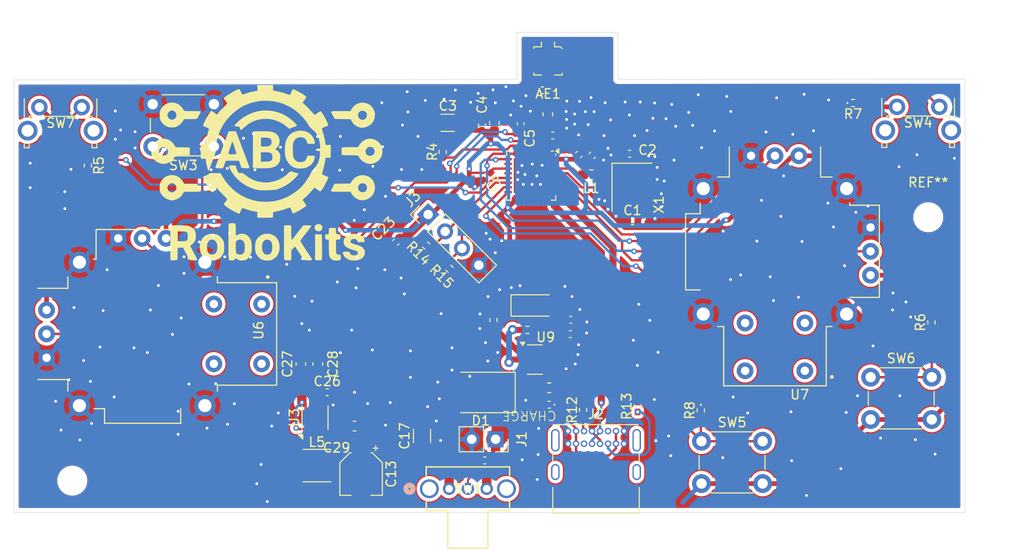
<source format=kicad_pcb>
(kicad_pcb (version 20241229) (generator "pcbnew") (generator_version "9.0")
  (layers (0 "F.Cu" signal) (2 "B.Cu" signal) (13 "F.Paste" user) (15 "B.Paste" user) (5 "F.SilkS" user "F.Silkscreen") (7 "B.SilkS" user "B.Silkscreen") (1 "F.Mask" user) (3 "B.Mask" user) (25 "Edge.Cuts" user))
  (net 0 "")
  (net 1 "GNDREF")
  (net 2 "Net-(AE1-A)")
  (net 3 "Net-(U1-XTAL_N)")
  (net 4 "Net-(X1-EN)")
  (net 5 "+3.3V")
  (net 6 "Net-(C5-Pad2)")
  (net 8 "Net-(U1-LNA_IN)")
  (net 9 "Net-(U1-CHIP_EN)")
  (net 10 "+36V")
  (net 11 "SW1")
  (net 12 "VUSB")
  (net 13 "Battery_VDD")
  (net 14 "Before_Switch")
  (net 15 "Net-(U9-STAT)")
  (net 16 "Net-(D2-K)")
  (net 17 "Net-(U9-PROG)")
  (net 18 "Net-(U9-V_{SS})")
  (net 21 "Net-(J2-CC1)")
  (net 23 "Net-(J2-CC2)")
  (net 27 "SDA")
  (net 28 "SCL")
  (net 29 "Net-(U1-XTAL_P)")
  (net 30 "SW8")
  (net 31 "SW7")
  (net 32 "SW6")
  (net 33 "SW5")
  (net 34 "unconnected-(SW1-Pad2)")
  (net 35 "SPICS0")
  (net 36 "SPIWP")
  (net 37 "SW3")
  (net 38 "SW2")
  (net 39 "ESP_DP")
  (net 40 "SW4")
  (net 41 "SPID")
  (net 42 "SPIHD")
  (net 43 "ESP_DM")
  (net 44 "SPICLK")
  (net 45 "SPIQ")
  (net 50 "Batt_Check")
  (net 51 "unconnected-(U1-XTAL_32K_P-Pad4)")
  (net 53 "Net-(U3-EN)")
  (net 54 "Net-(U3-L2)")
  (net 55 "Net-(U3-L1)")
  (footprint "Capacitor_SMD:C_0402_1005Metric_Pad0.74x0.62mm_HandSolder" (layer "F.Cu") (at 161.95 62.425 180)
    (property "Reference" "C22" (hide yes))
    (property "Value" "100n")
  )
  (footprint "" (layer "F.Cu") (at 109 78)
    (property "Reference" "")
    (property "Value" "")
  )
  (footprint "Resistor_SMD:R_0402_1005Metric_Pad0.72x0.64mm_HandSolder" (layer "F.Cu") (at 157.375 61.975)
    (property "Reference" "R3" (hide yes))
    (property "Value" "2k")
  )
  (footprint "Capacitor_SMD:C_0402_1005Metric_Pad0.74x0.62mm_HandSolder" (layer "F.Cu") (at 152.85 75.85)
    (property "Reference" "C25" (hide yes))
    (property "Value" "4.7uF")
  )
  (footprint "MountingHole:MountingHole_2.7mm_M2.5" (layer "F.Cu") (at 200 50)
    (property "Reference" "REF**")
    (property "Value" "MountingHole_2.7mm_M2.5")
  )
  (footprint "Capacitor_SMD:C_0402_1005Metric_Pad0.74x0.62mm_HandSolder" (layer "F.Cu") (at 153.075 45.675 -135)
    (property "Reference" "C7")
    (property "Value" ".1uF")
  )
  (footprint "Capacitor_SMD:C_1206_3216Metric_Pad1.33x1.80mm_HandSolder" (layer "F.Cu") (at 148.900285 39.959648 180)
    (property "Reference" "C3")
    (property "Value" "10uF")
  )
  (footprint "Inductor_SMD:L_0603_1608Metric_Pad1.05x0.95mm_HandSolder" (layer "F.Cu") (at 159.55 39.05 90)
    (property "Reference" "L3" (hide yes))
    (property "Value" "2n2")
  )
  (footprint "Capacitor_SMD:C_0402_1005Metric_Pad0.74x0.62mm_HandSolder" (layer "F.Cu") (at 160.075 41.3 180)
    (property "Reference" "C11" (hide yes))
    (property "Value" "1p2")
  )
  (footprint "Button_Switch_THT:SW_PUSH_6mm_H4.3mm" (layer "F.Cu") (at 175.89 73.81)
    (property "Reference" "SW5")
    (property "Value" "BUTTON1")
  )
  (footprint "Capacitor_SMD:C_0402_1005Metric_Pad0.74x0.62mm_HandSolder" (layer "F.Cu") (at 154.825 50.95 45)
    (property "Reference" "C8" (hide yes))
    (property "Value" "1uF")
  )
  (footprint "Capacitor_SMD:C_0603_1608Metric_Pad1.08x0.95mm_HandSolder" (layer "F.Cu") (at 133.3 65.6 90)
    (property "Reference" "C27")
    (property "Value" "10uF")
  )
  (footprint "Connector_USB:USB_C_Receptacle_GCT_USB4085" (layer "F.Cu") (at 161.7025 72.725)
    (property "Reference" "J2")
    (property "Value" "USB_C_Receptacle_USB2.0_16P")
  )
  (footprint "LED_SMD:LED_1206_3216Metric_Pad1.42x1.75mm_HandSolder" (layer "F.Cu") (at 158.1 59.375)
    (property "Reference" "D2" (hide yes))
    (property "Value" "YELLOW")
  )
  (footprint "Capacitor_SMD:C_0402_1005Metric_Pad0.74x0.62mm_HandSolder" (layer "F.Cu") (at 168.55 50.425)
    (property "Reference" "C1")
    (property "Value" "40pF")
  )
  (footprint "Resistor_SMD:R_0402_1005Metric_Pad0.72x0.64mm_HandSolder" (layer "F.Cu") (at 149.09 55.47 135)
    (property "Reference" "R15")
    (property "Value" "5k1")
  )
  (footprint "Connector_PinSocket_2.54mm:PinSocket_1x02_P2.54mm_Vertical" (layer "F.Cu") (at 154 73.6 -90)
    (property "Reference" "J1")
    (property "Value" "Conn_01x02")
  )
  (footprint "Button_Switch_THT:SW_Tactile_SPST_Angled_PTS645Vx58-2LFS" (layer "F.Cu") (at 105.5 38.3)
    (property "Reference" "SW7")
    (property "Value" "BUTTON4")
  )
  (footprint "Inductor_SMD:L_Coilcraft_LPS3010" (layer "F.Cu") (at 135 76.4)
    (property "Reference" "L5")
    (property "Value" "1.5uH")
  )
  (footprint "Capacitor_SMD:C_0402_1005Metric_Pad0.74x0.62mm_HandSolder" (layer "F.Cu") (at 168.25 43.25)
    (property "Reference" "C2")
    (property "Value" "40 pF")
  )
  (footprint "Capacitor_SMD:C_0402_1005Metric_Pad0.74x0.62mm_HandSolder" (layer "F.Cu") (at 156.9 73.4325 -90)
    (property "Reference" "C25" (hide yes))
    (property "Value" "4.7uF")
  )
  (footprint "Capacitor_SMD:CP_Elec_4x5.4" (layer "F.Cu") (at 139.7 77.3 -90)
    (property "Reference" "C13")
    (property "Value" "100uF")
  )
  (footprint "Inductor_SMD:L_0603_1608Metric_Pad1.05x0.95mm_HandSolder" (layer "F.Cu") (at 164.175 45.475 180)
    (property "Reference" "L1")
    (property "Value" "24nH")
  )
  (footprint "Capacitor_SMD:C_0603_1608Metric_Pad1.08x0.95mm_HandSolder" (layer "F.Cu") (at 139 72.2)
    (property "Reference" "C29")
    (property "Value" "10uF")
  )
  (footprint "Capacitor_SMD:C_0402_1005Metric_Pad0.74x0.62mm_HandSolder" (layer "F.Cu") (at 154.075 50.21 -135)
    (property "Reference" "C6" (hide yes))
    (property "Value" ".1uF")
  )
  (footprint "Resistor_SMD:R_0402_1005Metric_Pad0.72x0.64mm_HandSolder" (layer "F.Cu") (at 146.615 52.995 135)
    (property "Reference" "R14")
    (property "Value" "5k1")
  )
  (footprint "Capacitor_SMD:C_0603_1608Metric_Pad1.08x0.95mm_HandSolder" (layer "F.Cu") (at 135.1 65.6 90)
    (property "Reference" "C28")
    (property "Value" "10uF")
  )
  (footprint "Button_Switch_THT:SW_Tactile_SPST_Angled_PTS645Vx58-2LFS" (layer "F.Cu") (at 196.675 38.2625)
    (property "Reference" "SW4")
    (property "Value" "BUTTON2")
  )
  (footprint "Resistor_SMD:R_0402_1005Metric_Pad0.72x0.64mm_HandSolder" (layer "F.Cu") (at 153.775 60.925 90)
    (property "Reference" "R2" (hide yes))
    (property "Value" "470")
  )
  (footprint "Resistor_SMD:R_0402_1005Metric_Pad0.72x0.64mm_HandSolder" (layer "F.Cu") (at 192 37.85 180)
    (property "Reference" "R7")
    (property "Value" "5.1k")
  )
  (footprint "Button_Switch_THT:SW_PUSH_6mm_H4.3mm" (layer "F.Cu") (at 193.87 67)
    (property "Reference" "SW6")
    (property "Value" "BUTTON3")
  )
  (footprint "Capacitor_SMD:C_0402_1005Metric_Pad0.74x0.62mm_HandSolder" (layer "F.Cu") (at 159.6925 69.925 180)
    (property "Reference" "C21" (hide yes))
    (property "Value" "100n")
  )
  (footprint "Package_SON:WSON-10-1EP_2.5x2.5mm_P0.5mm_EP1.2x2mm" (layer "F.Cu") (at 134.8 71.3 90)
    (property "Reference" "U3")
    (property "Value" "TPS63031DSK")
  )
  (footprint "_Ti_Motor_Drivers:XDCR_COM-09032" (layer "F.Cu") (at 183.7 53.618719 180)
    (property "Reference" "U7")
    (property "Value" "COM-09032")
  )
  (footprint "Capacitor_SMD:C_0402_1005Metric_Pad0.74x0.62mm_HandSolder" (layer "F.Cu") (at 152.55 40.2 90)
    (property "Reference" "C4")
    (property "Value" ".1uF")
  )
  (footprint "Resistor_SMD:R_0402_1005Metric_Pad0.72x0.64mm_HandSolder" (layer "F.Cu") (at 169.1 70.1 90)
    (property "Reference" "R13")
    (property "Value" "5.1k")
  )
  (footprint "Capacitor_SMD:C_1206_3216Metric_Pad1.33x1.80mm_HandSolder" (layer "F.Cu") (at 146.175 73.25 90)
    (property "Reference" "C17")
    (property "Value" "1 uF")
  )
  (footprint "Inductor_SMD:L_0603_1608Metric_Pad1.05x0.95mm_HandSolder" (layer "F.Cu") (at 153.875 39.975 90)
    (property "Reference" "L2" (hide yes))
    (property "Value" "2 nH")
  )
  (footprint "Diode_SMD:D_SMB" (layer "F.Cu") (at 152.425 68.625 180)
    (property "Reference" "D1")
    (property "Value" "SM6T10A")
  )
  (footprint "Connector_PinHeader_2.54mm:PinHeader_1x04_P2.54mm_Vertical" (layer "F.Cu") (at 146.832898 49.707898 45)
    (property "Reference" "J3")
    (property "Value" "I2C")
  )
  (footprint "Resistor_SMD:R_0402_1005Metric_Pad0.72x0.64mm_HandSolder" (layer "F.Cu") (at 200.33 61.17 90)
    (property "Reference" "R6")
    (property "Value" "5.1k")
  )
  (footprint "_Ti_Motor_Drivers:XDCR_COM-09032" (layer "F.Cu") (at 116.425 62.4 -90)
    (property "Reference" "U6")
    (property "Value" "COM-09032")
  )
  (footprint "Resistor_SMD:R_0402_1005Metric_Pad0.72x0.64mm_HandSolder" (layer "F.Cu") (at 110.65 44.4975 -90)
    (property "Reference" "R5")
    (property "Value" "5.1k")
  )
  (footprint "LOGO" (layer "F.Cu") (at 129.474896 45.738732)
    (property "Reference" "G***" (hide yes))
    (property "Value" "LOGO" (hide yes))
  )
  (footprint "Capacitor_SMD:C_0402_1005Metric_Pad0.74x0.62mm_HandSolder" (layer "F.Cu") (at 158.975 36.5)
    (property "Reference" "C15" (hide yes))
    (property "Value" "1p6")
  )
  (footprint "Oscillator:Oscillator_SMD_Abracon_ASE-4Pin_3.2x2.5mm_HandSoldering" (layer "F.Cu") (at 168.5 46.8 -90)
    (property "Reference" "X1")
    (property "Value" "ASV-xxxMHz")
  )
  (footprint "_ToggleSwitches:OS102011MA1QN1_CNK" (layer "F.Cu") (at 149.055901 78.86245)
    (property "Reference" "SW1")
    (property "Value" "OS102011MA1QN1")
  )
  (footprint "Capacitor_SMD:C_0402_1005Metric_Pad0.74x0.62mm_HandSolder" (layer "F.Cu") (at 136.1 68.6)
    (property "Reference" "C26")
    (property "Value" ".1uF")
  )
  (footprint "Resistor_SMD:R_0402_1005Metric_Pad0.72x0.64mm_HandSolder" (layer "F.Cu") (at 148.375 43.05 90)
    (property "Reference" "R4")
    (property "Value" "10k")
  )
  (footprint "Resistor_SMD:R_0402_1005Metric_Pad0.72x0.64mm_HandSolder" (layer "F.Cu") (at 163.3 70.475 90)
    (property "Reference" "R12")
    (property "Value" "5.1k")
  )
  (footprint "Capacitor_SMD:C_0402_1005Metric_Pad0.74x0.62mm_HandSolder" (layer "F.Cu") (at 162 60.9)
    (property "Reference" "C24" (hide yes))
    (property "Value" "1uF")
  )
  (footprint "Connector_Coaxial:U.FL_Molex_MCRF_73412-0110_Vertical" (layer "F.Cu") (at 159.575 33.375)
    (property "Reference" "AE1")
    (property "Value" "Antenna_Shield")
  )
  (footprint "Inductor_SMD:L_0603_1608Metric_Pad1.05x0.95mm_HandSolder" (layer "F.Cu") (at 159.7 68.125)
    (property "Reference" "L4" (hide yes))
    (property "Value" "2n2")
  )
  (footprint "Capacitor_SMD:C_0402_1005Metric_Pad0.74x0.62mm_HandSolder" (layer "F.Cu") (at 162.85 43.325 45)
    (property "Reference" "C14" (hide yes))
    (property "Value" "100nF")
  )
  (footprint "Capacitor_SMD:C_0402_1005Metric_Pad0.74x0.62mm_HandSolder" (layer "F.Cu") (at 164.275 43.425 45)
    (property "Reference" "C16" (hide yes))
    (property "Value" "10nF")
  )
  (footprint "Package_DFN_QFN:QFN-32-1EP_5x5mm_P0.5mm_EP3.7x3.7mm" (layer "F.Cu") (at 157.78 45.57 -90)
    (property "Reference" "U1" (hide yes))
    (property "Value" "ESP32-C3")
  )
  (footprint "Button_Switch_THT:SW_PUSH_6mm_H4.3mm" (layer "F.Cu") (at 124.05 42.475 180)
    (property "Reference" "SW3")
    (property "Value" "RESET")
  )
  (footprint "Resistor_SMD:R_0402_1005Metric_Pad0.72x0.64mm_HandSolder" (layer "F.Cu") (at 175.82 70.53 90)
    (property "Reference" "R8")
    (property "Value" "5.1k")
  )
  (footprint "Package_TO_SOT_SMD:SOT-23-5" (layer "F.Cu") (at 158.175 65.125)
    (property "Reference" "U9")
    (property "Value" "MCP73831-2-OT")
  )
  (footprint "Capacitor_SMD:C_0402_1005Metric_Pad0.74x0.62mm_HandSolder" (layer "F.Cu") (at 143.4 52.65 -135)
    (property "Reference" "C23")
    (property "Value" "100nF")
  )
  (footprint "Capacitor_SMD:C_0402_1005Metric_Pad0.74x0.62mm_HandSolder" (layer "F.Cu") (at 156.675 40.05 -90)
    (property "Reference" "C5")
    (property "Value" "1uF")
  )
  (gr_line (start 203.9 81.4) (end 203.9 35.3) (stroke (width 0.05)) (layer "Edge.Cuts"))
  (gr_line (start 167 30.325) (end 167 35.325) (stroke (width 0.05)) (layer "Edge.Cuts"))
  (gr_line (start 156.275 30.325) (end 167 30.325) (stroke (width 0.05)) (layer "Edge.Cuts"))
  (gr_line (start 102.8 35.4) (end 102.8 81.4) (stroke (width 0.05)) (layer "Edge.Cuts"))
  (gr_line (start 167 35.329033) (end 203.9 35.3) (stroke (width 0.05)) (layer "Edge.Cuts"))
  (gr_line (start 156.275 35.35) (end 156.275 30.325) (stroke (width 0.05)) (layer "Edge.Cuts"))
  (gr_line (start 102.8 81.4) (end 203.9 81.4) (stroke (width 0.05)) (layer "Edge.Cuts"))
  (gr_line (start 156.275 35.35) (end 102.8 35.4) (stroke (width 0.05)) (layer "Edge.Cuts"))
  (gr_text "CHARGE" (at 160.545 70.5 180) (layer "F.SilkS") (effects (font (size 1 1) (thickness 0.1)) (justify left bottom)))
  (segment (start 164.676283 43.023717) (end 164.152566 42.5) (width 0.5) (layer "F.Cu") (net 1))
  (segment (start 159.689188 47.139188) (end 159.689188 47.125635) (width 0.25) (layer "F.Cu") (net 1))
  (segment (start 134.3 70.8) (end 134.8 71.3) (width 0.25) (layer "F.Cu") (net 1))
  (segment (start 134.3 69) (end 134.4 68.9) (width 0.25) (layer "F.Cu") (net 1))
  (segment (start 134.3 70.0875) (end 134.3 70.8) (width 0.25) (layer "F.Cu") (net 1))
  (segment (start 161.4 41.3) (end 161.45 41.35) (width 0.5) (layer "F.Cu") (net 1))
  (segment (start 164.152566 42.5) (end 163.625 42.5) (width 0.5) (layer "F.Cu") (net 1))
  (segment (start 163.251283 42.923717) (end 164.576283 42.923717) (width 0.5) (layer "F.Cu") (net 1))
  (segment (start 164.576283 42.923717) (end 164.676283 43.023717) (width 0.5) (layer "F.Cu") (net 1))
  (segment (start 152.673717 46.076283) (end 152.473717 46.076283) (width 0.25) (layer "F.Cu") (net 1))
  (segment (start 160.7175 41.3) (end 161.4 41.3) (width 0.5) (layer "F.Cu") (net 1))
  (segment (start 134.8 72.5125) (end 134.8 71.3) (width 0.25) (layer "F.Cu") (net 1))
  (segment (start 150.275 72.415) (end 151.46 73.6) (width 2) (layer "F.Cu") (net 1))
  (segment (start 150.275 68.625) (end 150.275 72.415) (width 2) (layer "F.Cu") (net 1))
  (segment (start 134.3 70.0875) (end 134.3 69) (width 0.25) (layer "F.Cu") (net 1))
  (segment (start 152.473717 46.076283) (end 151.8 46.75) (width 0.25) (layer "F.Cu") (net 1))
  (via (at 127.2 41.6) (size 0.6) (drill 0.3) (layers "F.Cu" "B.Cu") (net 1))
  (via (at 161.55 39.6) (size 0.6) (drill 0.3) (layers "F.Cu" "B.Cu") (net 1))
  (via (at 172.725 38) (size 0.6) (drill 0.3) (layers "F.Cu" "B.Cu") (net 1))
  (via (at 148.525 37.45) (size 0.6) (drill 0.3) (layers "F.Cu" "B.Cu") (net 1))
  (via (at 156.35 46) (size 0.6) (drill 0.3) (layers "F.Cu" "B.Cu") (net 1))
  (via (at 140.95 44.575) (size 0.6) (drill 0.3) (layers "F.Cu" "B.Cu") (net 1))
  (via (at 158.375 45.6) (size 0.6) (drill 0.3) (layers "F.Cu" "B.Cu") (net 1))
  (via (at 196.9 44.625) (size 0.6) (drill 0.3) (layers "F.Cu" "B.Cu") (net 1))
  (via (at 137.175 56.875) (size 0.6) (drill 0.3) (layers "F.Cu" "B.Cu") (net 1))
  (via (at 157.9 44.35) (size 0.6) (drill 0.3) (layers "F.Cu" "B.Cu") (net 1))
  (via (at 175.55 36.975) (size 0.6) (drill 0.3) (layers "F.Cu" "B.Cu") (net 1))
  (via (at 131.125 42.55) (size 0.6) (drill 0.3) (layers "F.Cu" "B.Cu") (net 1))
  (via (at 131.8 55) (size 0.6) (drill 0.3) (layers "F.Cu" "B.Cu") (net 1))
  (via (at 143.95 56.45) (size 0.6) (drill 0.3) (layers "F.Cu" "B.Cu") (net 1))
  (via (at 162.825 41.25) (size 0.6) (drill 0.3) (layers "F.Cu" "B.Cu") (net 1))
  (via (at 104.525 46.85) (size 0.6) (drill 0.3) (layers "F.Cu" "B.Cu") (net 1))
  (via (at 187.8 40.8) (size 0.6) (drill 0.3) (layers "F.Cu" "B.Cu") (net 1))
  (via (at 123.75 44.95) (size 0.6) (drill 0.3) (layers "F.Cu" "B.Cu") (net 1))
  (via (at 136.725 69.95) (size 0.6) (drill 0.3) (layers "F.Cu" "B.Cu") (net 1))
  (via (at 168.65 63.075) (size 0.6) (drill 0.3) (layers "F.Cu" "B.Cu") (net 1))
  (via (at 126.225 69.825) (size 0.6) (drill 0.3) (layers "F.Cu" "B.Cu") (net 1))
  (via (at 119.65 62.45) (size 0.6) (drill 0.3) (layers "F.Cu" "B.Cu") (net 1))
  (via (at 158.575 72.45) (size 0.6) (drill 0.3) (layers "F.Cu" "B.Cu") (net 1))
  (via (at 149.725 36.475) (size 0.6) (drill 0.3) (layers "F.Cu" "B.Cu") (net 1))
  (via (at 117.3 59.85) (size 0.6) (drill 0.3) (layers "F.Cu" "B.Cu") (net 1))
  (via (at 157.7 38.725) (size 0.6) (drill 0.3) (layers "F.Cu" "B.Cu") (net 1))
  (via (at 168.225 39.125) (size 0.6) (drill 0.3) (layers "F.Cu" "B.Cu") (net 1))
  (via (at 179.25 69.1) (size 0.6) (drill 0.3) (layers "F.Cu" "B.Cu") (net 1))
  (via (at 167.775 37.75) (size 0.6) (drill 0.3) (layers "F.Cu" "B.Cu") (net 1))
  (via (at 171.05 73.75) (size 0.6) (drill 0.3) (layers "F.Cu" "B.Cu") (net 1))
  (via (at 171.175 45.975) (size 0.6) (drill 0.3) (layers "F.Cu" "B.Cu") (net 1))
  (via (at 185.475 75.875) (size 0.6) (drill 0.3) (layers "F.Cu" "B.Cu") (net 1))
  (via (at 123.325 72.425) (size 0.6) (drill 0.3) (layers "F.Cu" "B.Cu") (net 1))
  (via (at 184.625 45.6) (size 0.6) (drill 0.3) (layers "F.Cu" "B.Cu") (net 1))
  (via (at 140.9 64.1) (size 0.6) (drill 0.3) (layers "F.Cu" "B.Cu") (net 1))
  (via (at 170.4 60.95) (size 0.6) (drill 0.3) (layers "F.Cu" "B.Cu") (net 1))
  (via (at 171.6 48.9) (size 0.6) (drill 0.3) (layers "F.Cu" "B.Cu") (net 1))
  (via (at 155.6 39.125) (size 0.6) (drill 0.3) (layers "F.Cu" "B.Cu") (net 1))
  (via (at 144.6 36.65) (size 0.6) (drill 0.3) (layers "F.Cu" "B.Cu") (net 1))
  (via (at 120.875 55.95) (size 0.6) (drill 0.3) (layers "F.Cu" "B.Cu") (net 1))
  (via (at 138.7 62) (size 0.6) (drill 0.3) (layers "F.Cu" "B.Cu") (net 1))
  (via (at 153.175 65.275) (size 0.6) (drill 0.3) (layers "F.Cu" "B.Cu") (net 1))
  (via (at 182.75 40.925) (size 0.6) (drill 0.3) (layers "F.Cu" "B.Cu") (net 1))
  (via (at 152.35 60.275) (size 0.6) (drill 0.3) (layers "F.Cu" "B.Cu") (net 1))
  (via (at 194.125 63.675) (size 0.6) (drill 0.3) (layers "F.Cu" "B.Cu") (net 1))
  (via (at 115.675 42.625) (size 0.6) (drill 0.3) (layers "F.Cu" "B.Cu") (net 1))
  (via (at 171.175 44.7) (size 0.6) (drill 0.3) (layers "F.Cu" "B.Cu") (net 1))
  (via (at 147.85 67.525) (size 0.6) (drill 0.3) (layers "F.Cu" "B.Cu") (net 1))
  (via (at 107.225 69.55) (size 0.6) (drill 0.3) (layers "F.Cu" "B.Cu") (net 1))
  (via (at 133.475 54.4) (size 0.6) (drill 0.3) (layers "F.Cu" "B.Cu") (net 1))
  (via (at 120.575 60.7) (size 0.6) (drill 0.3) (layers "F.Cu" "B.Cu") (net 1))
  (via (at 161.575 37.65) (size 0.6) (drill 0.3) (layers "F.Cu" "B.Cu") (net 1))
  (via (at 130.9 70.8) (size 0.6) (drill 0.3) (layers "F.Cu" "B.Cu") (net 1))
  (via (at 156.7 38.2) (size 0.6) (drill 0.3) (layers "F.Cu" "B.Cu") (net 1))
  (via (at 146.15 44.925) (size 0.6) (drill 0.3) (layers "F.Cu" "B.Cu") (net 1))
  (via (at 192.3 49.475) (size 0.6) (drill 0.3) (layers "F.Cu" "B.Cu") (net 1))
  (via (at 185.6 41.175) (size 0.6) (drill 0.3) (layers "F.Cu" "B.Cu") (net 1))
  (via (at 155.1 36.125) (size 0.6) (drill 0.3) (layers "F.Cu" "B.Cu") (net 1))
  (via (at 125.475 44.8) (size 0.6) (drill 0.3) (layers "F.Cu" "B.Cu") (net 1))
  (via (at 139 68.6) (size 0.6) (drill 0.3) (layers "F.Cu" "B.Cu") (net 1))
  (via (at 125.725 51.65) (size 0.6) (drill 0.3) (layers "F.Cu" "B.Cu") (net 1))
  (via (at 196.25 58.05) (size 0.6) (drill 0.3) (layers "F.Cu" "B.Cu") (net 1))
  (via (at 175.82 69.9325) (size 0.5) (drill 0.2) (layers "F.Cu" "B.Cu") (net 1))
  (via (at 108.2 49.075) (size 0.6) (drill 0.3) (layers "F.Cu" "B.Cu") (net 1))
  (via (at 161.375 57.35) (size 0.6) (drill 0.3) (layers "F.Cu" "B.Cu") (net 1))
  (via (at 172.625 75.35) (size 0.6) (drill 0.3) (layers "F.Cu" "B.Cu") (net 1))
  (via (at 156.375 45.225) (size 0.6) (drill 0.3) (layers "F.Cu" "B.Cu") (net 1))
  (via (at 134.2 62) (size 0.6) (drill 0.3) (layers "F.Cu" "B.Cu") (net 1))
  (via (at 154.425 57.7) (size 0.6) (drill 0.3) (layers "F.Cu" "B.Cu") (net 1))
  (via (at 178.575 37.15) (size 0.6) (drill 0.3) (layers "F.Cu" "B.Cu") (net 1))
  (via (at 189.4 37.525) (size 0.6) (drill 0.3) (layers "F.Cu" "B.Cu") (net 1))
  (via (at 130.2 72.2) (size 0.6) (drill 0.3) (layers "F.Cu" "B.Cu") (net 1))
  (via (at 161.5 38.75) (size 0.6) (drill 0.3) (layers "F.Cu" "B.Cu") (net 1))
  (via (at 109.8 73.675) (size 0.6) (drill 0.3) (layers "F.Cu" "B.Cu") (net 1))
  (via (at 153.975 53.775) (size 0.6) (drill 0.3) (layers "F.Cu" "B.Cu") (net 1))
  (via (at 162.825 63.55) (size 0.6) (drill 0.3) (layers "F.Cu" "B.Cu") (net 1))
  (via (at 151.25 66.9) (size 0.6) (drill 0.3) (layers "F.Cu" "B.Cu") (net 1))
  (via (at 146.775 70.125) (size 0.6) (drill 0.3) (layers "F.Cu" "B.Cu") (net 1))
  (via (at 140.05 49.2) (size 0.6) (drill 0.3) (layers "F.Cu" "B.Cu") (net 1))
  (via (at 141.975 42.5) (size 0.6) (drill 0.3) (layers "F.Cu" "B.Cu") (net 1))
  (via (at 125.5 72) (size 0.6) (drill 0.3) (layers "F.Cu" "B.Cu") (net 1))
  (via (at 189.325 48.5) (size 0.6) (drill 0.3) (layers "F.Cu" "B.Cu") (net 1))
  (via (at 175.9 42.6) (size 0.6) (drill 0.3) (layers "F.Cu" "B.Cu") (net 1))
  (via (at 196.2 59.85) (size 0.6) (drill 0.3) (layers "F.Cu" "B.Cu") (net 1))
  (via (at 144.3 58.15) (size 0.6) (drill 0.3) (layers "F.Cu" "B.Cu") (net 1))
  (via (at 115.55 63.875) (size 0.6) (drill 0.3) (layers "F.Cu" "B.Cu") (net 1))
  (via (at 162.125 58.425) (size 0.6) (drill 0.3) (layers "F.Cu" "B.Cu") (net 1))
  (via (at 111.05 71.925) (size 0.6) (drill 0.3) (layers "F.Cu" "B.Cu") (net 1))
  (via (at 170.95 50.125) (size 0.6) (drill 0.3) (layers "F.Cu" "B.Cu") (net 1))
  (via (at 137.5 64.4) (size 0.6) (drill 0.3) (layers "F.Cu" "B.Cu") (net 1))
  (via (at 110.2 65.225) (size 0.6) (drill 0.3) (layers "F.Cu" "B.Cu") (net 1))
  (via (at 139.25 54.3) (size 0.6) (drill 0.3) (layers "F.Cu" "B.Cu") (net 1))
  (via (at 158.775 46.5) (size 0.6) (drill 0.3) (layers "F.Cu" "B.Cu") (net 1))
  (via (at 172.975 43.925) (size 0.6) (drill 0.3) (layers "F.Cu" "B.Cu") (net 1))
  (via (at 172.125 39.525) (size 0.6) (drill 0.3) (layers "F.Cu" "B.Cu") (net 1))
  (via (at 170.925 43.55) (size 0.6) (drill 0.3) (layers "F.Cu" "B.Cu") (net 1))
  (via (at 191.1 55.15) (size 0.6) (drill 0.3) (layers "F.Cu" "B.Cu") (net 1))
  (via (at 144.95 67.025) (size 0.6) (drill 0.3) (layers "F.Cu" "B.Cu") (net 1))
  (via (at 182.275 48.2) (size 0.6) (drill 0.3) (layers "F.Cu" "B.Cu") (net 1))
  (via (at 174.525 38.85) (size 0.6) (drill 0.3) (layers "F.Cu" "B.Cu") (net 1))
  (via (at 142.225 55.575) (size 0.6) (drill 0.3) (layers "F.Cu" "B.Cu") (net 1))
  (via (at 163.675 62.3) (size 0.6) (drill 0.3) (layers "F.Cu" "B.Cu") (net 1))
  (via (at 156.825 75.775) (size 0.6) (drill 0.3) (layers "F.Cu" "B.Cu") (net 1))
  (via (at 164.15 37.275) (size 0.6) (drill 0.3) (layers "F.Cu" "B.Cu") (net 1))
  (via (at 172.4 73.25) (size 0.6) (drill 0.3) (layers "F.Cu" "B.Cu") (net 1))
  (via (at 128.25 41.125) (size 0.6) (drill 0.3) (layers "F.Cu" "B.Cu") (net 1))
  (via (at 177.275 40.825) (size 0.6) (drill 0.3) (layers "F.Cu" "B.Cu") (net 1))
  (via (at 138.975 50.325) (size 0.6) (drill 0.3) (layers "F.Cu" "B.Cu") (net 1))
  (via (at 198.625 73.65) (size 0.6) (drill 0.3) (layers "F.Cu" "B.Cu") (net 1))
  (via (at 146.525 37.575) (size 0.6) (drill 0.3) (layers "F.Cu" "B.Cu") (net 1))
  (via (at 179 38.75) (size 0.6) (drill 0.3) (layers "F.Cu" "B.Cu") (net 1))
  (via (at 153.725 36.45) (size 0.6) (drill 0.3) (layers "F.Cu" "B.Cu") (net 1))
  (via (at 166.225 39.65) (size 0.6) (drill 0.3) (layers "F.Cu" "B.Cu") (net 1))
  (via (at 155.675 57.475) (size 0.6) (drill 0.3) (layers "F.Cu" "B.Cu") (net 1))
  (via (at 196.975 68.975) (size 0.6) (drill 0.3) (layers "F.Cu" "B.Cu") (net 1))
  (via (at 180.05 56.125) (size 0.6) (drill 0.3) (layers "F.Cu" "B.Cu") (net 1))
  (via (at 112.7 55.575) (size 0.6) (drill 0.3) (layers "F.Cu" "B.Cu") (net 1))
  (via (at 104.525 44.25) (size 0.6) (drill 0.3) (layers "F.Cu" "B.Cu") (net 1))
  (via (at 145.75 41.4) (size 0.6) (drill 0.3) (layers "F.Cu" "B.Cu") (net 1))
  (via (at 181.775 52.525) (size 0.6) (drill 0.3) (layers "F.Cu" "B.Cu") (net 1))
  (via (at 158.525 75.225) (size 0.6) (drill 0.3) (layers "F.Cu" "B.Cu") (net 1))
  (via (at 183.875 37.3) (size 0.6) (drill 0.3) (layers "F.Cu" "B.Cu") (net 1))
  (via (at 116.975 64.375) (size 0.6) (drill 0.3) (layers "F.Cu" "B.Cu") (net 1))
  (via (at 139.35 55.45) (size 0.6) (drill 0.3) (layers "F.Cu" "B.Cu") (net 1))
  (via (at 108.85 44.9) (size 0.6) (drill 0.3) (layers "F.Cu" "B.Cu") (net 1))
  (via (at 120.875 54.2) (size 0.6) (drill 0.3) (layers "F.Cu" "B.Cu") (net 1))
  (via (at 129.725 80.225) (size 0.6) (drill 0.3) (layers "F.Cu" "B.Cu") (net 1))
  (via (at 153 51.7) (size 0.6) (drill 0.3) (layers "F.Cu" "B.Cu") (net 1))
  (via (at 155.9 37.625) (size 0.6) (drill 0.3) (layers "F.Cu" "B.Cu") (net 1))
  (via (at 178.975 56.625) (size 0.6) (drill 0.3) (layers "F.Cu" "B.Cu") (net 1))
  (via (at 142.8 69.7) (size 0.6) (drill 0.3) (layers "F.Cu" "B.Cu") (net 1))
  (via (at 113.575 41.7) (size 0.6) (drill 0.3) (layers "F.Cu" "B.Cu") (net 1))
  (via (at 132.65 58.4) (size 0.6) (drill 0.3) (layers "F.Cu" "B.Cu") (net 1))
  (via (at 142.3 47.775) (size 0.6) (drill 0.3) (layers "F.Cu" "B.Cu") (net 1))
  (via (at 144 44.925) (size 0.6) (drill 0.3) (layers "F.Cu" "B.Cu") (net 1))
  (via (at 171.925 46.15) (size 0.6) (drill 0.3) (layers "F.Cu" "B.Cu") (net 1))
  (via (at 166.8 49.875) (size 0.6) (drill 0.3) (layers "F.Cu" "B.Cu") (net 1))
  (via (at 120.25 70.625) (size 0.6) (drill 0.3) (layers "F.Cu" "B.Cu") (net 1))
  (via (at 189.925 51.025) (size 0.6) (drill 0.3) (layers "F.Cu" "B.Cu") (net 1))
  (via (at 169.375 37.75) (size 0.6) (drill 0.3) (layers "F.Cu" "B.Cu") (net 1))
  (via (at 144.675 38.8) (size 0.6) (drill 0.3) (layers "F.Cu" "B.Cu") (net 1))
  (via (at 165 48.1) (size 0.6) (drill 0.3) (layers "F.Cu" "B.Cu") (net 1))
  (via (at 157.225 37.075) (size 0.6) (drill 0.3) (layers "F.Cu" "B.Cu") (net 1))
  (via (at 170.9 37.85) (size 0.6) (drill 0.3) (layers "F.Cu" "B.Cu") (net 1))
  (via (at 124.25 67.7) (size 0.6) (drill 0.3) (layers "F.Cu" "B.Cu") (net 1))
  (via (at 118.15 57.25) (size 0.6) (drill 0.3) (layers "F.Cu" "B.Cu") (net 1))
  (via (at 140.4 69.8) (size 0.6) (drill 0.3) (layers "F.Cu" "B.Cu") (net 1))
  (via (at 165.6 48.25) (size 0.6) (drill 0.3) (layers "F.Cu" "B.Cu") (net 1))
  (via (at 162.75 64.6) (size 0.6) (drill 0.3) (layers "F.Cu" "B.Cu") (net 1))
  (via (at 165.65 37.825) (size 0.6) (drill 0.3) (layers "F.Cu" "B.Cu") (net 1))
  (via (at 170.275 43.475) (size 0.6) (drill 0.3) (layers "F.Cu" "B.Cu") (net 1))
  (via (at 184.325 49.9) (size 0.6) (drill 0.3) (layers "F.Cu" "B.Cu") (net 1))
  (via (at 169.075 65.75) (size 0.6) (drill 0.3) (layers "F.Cu" "B.Cu") (net 1))
  (via (at 161.55 40.525) (size 0.6) (drill 0.3) (layers "F.Cu" "B.Cu") (net 1))
  (via (at 162.4 39.025) (size 0.6) (drill 0.3) (layers "F.Cu" "B.Cu") (net 1))
  (via (at 183.55 58.85) (size 0.6) (drill 0.3) (layers "F.Cu" "B.Cu") (net 1))
  (via (at 158.95 44.475) (size 0.6) (drill 0.3) (layers "F.Cu" "B.Cu") (net 1))
  (via (at 186.575 52.575) (size 0.6) (drill 0.3) (layers "F.Cu" "B.Cu") (net 1))
  (via (at 135.075 41.4) (size 0.6) (drill 0.3) (layers "F.Cu" "B.Cu") (net 1))
  (via (at 152.325 61.825) (size 0.6) (drill 0.3) (layers "F.Cu" "B.Cu") (net 1))
  (via (at 174.95 40.225) (size 0.6) (drill 0.3) (layers "F.Cu" "B.Cu") (net 1))
  (via (at 148.025 69.3) (size 0.6) (drill 0.3) (layers "F.Cu" "B.Cu") (net 1))
  (via (at 153.4 52.325) (size 0.6) (drill 0.3) (layers "F.Cu" "B.Cu") (net 1))
  (via (at 161.5 66.1) (size 0.6) (drill 0.3) (layers "F.Cu" "B.Cu") (net 1))
  (via (at 193.575 48.8) (size 0.6) (drill 0.3) (layers "F.Cu" "B.Cu") (net 1))
  (via (at 115.675 40.9) (size 0.6) (drill 0.3) (layers "F.Cu" "B.Cu") (net 1))
  (via (at 113.45 69.1) (size 0.6) (drill 0.3) (layers "F.Cu" "B.Cu") (net 1))
  (via (at 120.25 73.075) (size 0.6) (drill 0.3) (layers "F.Cu" "B.Cu") (net 1))
  (via (at 154.65 52.5) (size 0.6) (drill 0.3) (layers "F.Cu" "B.Cu") (net 1))
  (via (at 156.9 74) (size 0.5) (drill 0.2) (layers "F.Cu" "B.Cu") (net 1))
  (via (at 139.175 57.5) (size 0.6) (drill 0.3) (layers "F.Cu" "B.Cu") (net 1))
  (via (at 170.725 39.475) (size 0.6) (drill 0.3) (layers "F.Cu" "B.Cu") (net 1))
  (via (at 165.525 41.325) (size 0.6) (drill 0.3) (layers "F.Cu" "B.Cu") (net 1))
  (via (at 198.125 60.6) (size 0.6) (drill 0.3) (layers "F.Cu" "B.Cu") (net 1))
  (via (at 166.275 43.375) (size 0.6) (drill 0.3) (layers "F.Cu" "B.Cu") (net 1))
  (via (at 162.925 37.675) (size 0.6) (drill 0.3) (layers "F.Cu" "B.Cu") (net 1))
  (via (at 137.425 45) (size 0.6) (drill 0.3) (layers "F.Cu" "B.Cu") (net 1))
  (via (at 149.375 63.875) (size 0.6) (drill 0.3) (layers "F.Cu" "B.Cu") (net 1))
  (via (at 144.95 64.2) (size 0.6) (drill 0.3) (layers "F.Cu" "B.Cu") (net 1))
  (via (at 165.475 43.925) (size 0.6) (drill 0.3) (layers "F.Cu" "B.Cu") (net 1))
  (via (at 163.7 61.125) (size 0.6) (drill 0.3) (layers "F.Cu" "B.Cu") (net 1))
  (via (at 153.975 37.825) (size 0.6) (drill 0.3) (layers "F.Cu" "B.Cu") (net 1))
  (via (at 131.325 44.95) (size 0.6) (drill 0.3) (layers "F.Cu" "B.Cu") (net 1))
  (via (at 153.2 58.425) (size 0.6) (drill 0.3) (layers "F.Cu" "B.Cu") (net 1))
  (via (at 186.2 58.5) (size 0.6) (drill 0.3) (layers "F.Cu" "B.Cu") (net 1))
  (via (at 114.125 40.725) (size 0.6) (drill 0.3) (layers "F.Cu" "B.Cu") (net 1))
  (via (at 123.95 51.95) (size 0.6) (drill 0.3) (layers "F.Cu" "B.Cu") (net 1))
  (via (at 156.6 57.275) (size 0.6) (drill 0.3) (layers "F.Cu" "B.Cu") (net 1))
  (via (at 170.875 69.375) (size 0.6) (drill 0.3) (layers "F.Cu" "B.Cu") (net 1))
  (via (at 180.8 70.8) (size 0.6) (drill 0.3) (layers "F.Cu" "B.Cu") (net 1))
  (via (at 152.925 63.325) (size 0.6) (drill 0.3) (layers "F.Cu" "B.Cu") (net 1))
  (via (at 111.95 63.8) (size 0.6) (drill 0.3) (layers "F.Cu" "B.Cu") (net 1))
  (via (at 170.1 40.775) (size 0.6) (drill 0.3) (layers "F.Cu" "B.Cu") (net 1))
  (via (at 162.95 59.8) (size 0.6) (drill 0.3) (layers "F.Cu" "B.Cu") (net 1))
  (via (at 187.05 79.575) (size 0.6) (drill 0.3) (layers "F.Cu" "B.Cu") (net 1))
  (via (at 178.15 75.55) (size 0.6) (drill 0.3) (layers "F.Cu" "B.Cu") (net 1))
  (via (at 151.35 37.775) (size 0.6) (drill 0.3) (layers "F.Cu" "B.Cu") (net 1))
  (via (at 147.7 71.65) (size 0.6) (drill 0.3) (layers "F.Cu" "B.Cu") (net 1))
  (via (at 151.8 46.75) (size 0.6) (drill 0.3) (layers "F.Cu" "B.Cu") (net 1))
  (via (at 144.1 40.2) (size 0.6) (drill 0.3) (layers "F.Cu" "B.Cu") (net 1))
  (via (at 158.425 77.875) (size 0.6) (drill 0.3) (layers "F.Cu" "B.Cu") (net 1))
  (via (at 157.125 45.45) (size 0.6) (drill 0.3) (layers "F.Cu" "B.Cu") (net 1))
  (via (at 129.075 76.275) (size 0.6) (drill 0.3) (layers "F.Cu" "B.Cu") (net 1))
  (via (at 198.8 43.35) (size 0.6) (drill 0.3) (layers "F.Cu" "B.Cu") (net 1))
  (via (at 137.5 41.4) (size 0.6) (drill 0.3) (layers "F.Cu" "B.Cu") (net 1))
  (via (at 148.15 73.725) (size 0.6) (drill 0.3) (layers "F.Cu" "B.Cu") (net 1))
  (via (at 202.775 43.725) (size 0.6) (drill 0.3) (layers "F.Cu" "B.Cu") (net 1))
  (via (at 125.2 54.2) (size 0.6) (drill 0.3) (layers "F.Cu" "B.Cu") (net 1))
  (via (at 185.4 70.675) (size 0.6) (drill 0.3) (layers "F.Cu" "B.Cu") (net 1))
  (via (at 108.625 67.275) (size 0.6) (drill 0.3) (layers "F.Cu" "B.Cu") (net 1))
  (via (at 152.15 36.825) (size 0.6) (drill 0.3) (layers "F.Cu" "B.Cu") (net 1))
  (via (at 162.475 65.6) (size 0.6) (drill 0.3) (layers "F.Cu" "B.Cu") (net 1))
  (via (at 163.85 40.15) (size 0.6) (drill 0.3) (layers "F.Cu" "B.Cu") (net 1))
  (via (at 157.875 46.5) (size 0.6) (drill 0.3) (layers "F.Cu" "B.Cu") (net 1))
  (via (at 194.925 73.475) (size 0.6) (drill 0.3) (layers "F.Cu" "B.Cu") (net 1))
  (via (at 169.225 59.25) (size 0.6) (drill 0.3) (layers "F.Cu" "B.Cu") (net 1))
  (via (at 133.4 61.3) (size 0.6) (drill 0.3) (layers "F.Cu" "B.Cu") (net 1))
  (via (at 192.475 68.975) (size 0.6) (drill 0.3) (layers "F.Cu" "B.Cu") (net 1))
  (via (at 141.9 37.825) (size 0.6) (drill 0.3) (layers "F.Cu" "B.Cu") (net 1))
  (via (at 178.2 51.475) (size 0.6) (drill 0.3) (layers "F.Cu" "B.Cu") (net 1))
  (via (at 107.8 72.625) (size 0.6) (drill 0.3) (layers "F.Cu" "B.Cu") (net 1))
  (via (at 149.375 66.25) (size 0.6) (drill 0.3) (layers "F.Cu" "B.Cu") (net 1))
  (via (at 127.95 54.25) (size 0.6) (drill 0.3) (layers "F.Cu" "B.Cu") (net 1))
  (via (at 191.275 70.75) (size 0.6) (drill 0.3) (layers "F.Cu" "B.Cu") (net 1))
  (via (at 191.4025 37.85) (size 0.5) (drill 0.2) (layers "F.Cu" "B.Cu") (net 1))
  (via (at 112.275 59.925) (size 0.6) (drill 0.3) (layers "F.Cu" "B.Cu") (net 1))
  (via (at 142.3 72.1) (size 0.6) (drill 0.3) (layers "F.Cu" "B.Cu") (net 1))
  (via (at 163.55 38.775) (size 0.6) (drill 0.3) (layers "F.Cu" "B.Cu") (net 1))
  (via (at 154.225 64.375) (size 0.6) (drill 0.3) (layers "F.Cu" "B.Cu") (net 1))
  (via (at 160.26 69.925) (size 0.5) (drill 0.2) (layers "F.Cu" "B.Cu") (net 1))
  (via (at 165.95 49.15) (size 0.6) (drill 0.3) (layers "F.Cu" "B.Cu") (net 1))
  (via (at 121.4 67.725) (size 0.6) (drill 0.3) (layers "F.Cu" "B.Cu") (net 1))
  (via (at 110.925 67.45) (size 0.6) (drill 0.3) (layers "F.Cu" "B.Cu") (net 1))
  (via (at 109.175 59.6) (size 0.6) (drill 0.3) (layers "F.Cu" "B.Cu") (net 1))
  (via (at 128.6 78.325) (size 0.6) (drill 0.3) (layers "F.Cu" "B.Cu") (net 1))
  (via (at 113.575 38.7) (size 0.6) (drill 0.3) (layers "F.Cu" "B.Cu") (net 1))
  (via (at 156.95 46.5) (size 0.6) (drill 0.3) (layers "F.Cu" "B.Cu") (net 1))
  (via (at 134.775 45) (size 0.6) (drill 0.3) (layers "F.Cu" "B.Cu") (net 1))
  (via (at 157.2 69.45) (size 0.6) (drill 0.3) (layers "F.Cu" "B.Cu") (net 1))
  (via (at 197.625 59) (size 0.6) (drill 0.3) (layers "F.Cu" "B.Cu") (net 1))
  (via (at 156.8 44.5) (size 0.6) (drill 0.3) (layers "F.Cu" "B.Cu") (net 1))
  (via (at 171.625 47.5) (size 0.6) (drill 0.3) (layers "F.Cu" "B.Cu") (net 1))
  (via (at 108.2 47.275) (size 0.6) (drill 0.3) (layers "F.Cu" "B.Cu") (net 1))
  (via (at 183.2 56.325) (size 0.6) (drill 0.3) (layers "F.Cu" "B.Cu") (net 1))
  (via (at 164.475 38.775) (size 0.6) (drill 0.3) (layers "F.Cu" "B.Cu") (net 1))
  (via (at 165.95 42.675) (size 0.6) (drill 0.3) (layers "F.Cu" "B.Cu") (net 1))
  (via (at 134.475 58.925) (size 0.6) (drill 0.3) (layers "F.Cu" "B.Cu") (net 1))
  (via (at 128.425 44.95) (size 0.6) (drill 0.3) (layers "F.Cu" "B.Cu") (net 1))
  (via (at 168.775 41.325) (size 0.6) (drill 0.3) (layers "F.Cu" "B.Cu") (net 1))
  (via (at 171.275 64.35) (size 0.6) (drill 0.3) (layers "F.Cu" "B.Cu") (net 1))
  (via (at 190.7 76.725) (size 0.6) (drill 0.3) (layers "F.Cu" "B.Cu") (net 1))
  (via (at 122.5 52.625) (size 0.6) (drill 0.3) (layers "F.Cu" "B.Cu") (net 1))
  (via (at 162.4 40.1) (size 0.6) (drill 0.3) (layers "F.Cu" "B.Cu") (net 1))
  (via (at 173.15 40.325) (size 0.6) (drill 0.3) (layers "F.Cu" "B.Cu") (net 1))
  (via (at 186.8 36.925) (size 0.6) (drill 0.3) (layers "F.Cu" "B.Cu") (net 1))
  (via (at 200.725 75.175) (size 0.6) (drill 0.3) (layers "F.Cu" "B.Cu") (net 1))
  (via (at 148.2 60.25) (size 0.6) (drill 0.3) (layers "F.Cu" "B.Cu") (net 1))
  (segment (start 159.575 34.875) (end 159.575 38.150001) (width 1) (layer "F.Cu") (net 2))
  (segment (start 159.575 38.150001) (end 159.55 38.175001) (width 1) (layer "F.Cu") (net 2))
  (segment (start 163.15 46.825) (end 168.4 46.825) (width 0.25) (layer "F.Cu") (net 3))
  (segment (start 161.645 45.32) (end 163.15 46.825) (width 0.25) (layer "F.Cu") (net 3))
  (segment (start 169.6 49.9425) (end 169.1175 50.425) (width 0.25) (layer "F.Cu") (net 3))
  (segment (start 169.6 48.025) (end 169.6 48.175) (width 0.25) (layer "F.Cu") (net 3))
  (segment (start 169.6 48.175) (end 169.6 49.9425) (width 0.25) (layer "F.Cu") (net 3))
  (segment (start 160.23 45.32) (end 161.645 45.32) (width 0.25) (layer "F.Cu") (net 3))
  (segment (start 168.4 46.825) (end 169.6 48.025) (width 0.25) (layer "F.Cu") (net 3))
  (segment (start 165.049999 45.475) (end 167.35 45.475) (width 0.25) (layer "F.Cu") (net 4))
  (segment (start 167.4 43.5325) (end 167.6825 43.25) (width 0.25) (layer "F.Cu") (net 4))
  (segment (start 167.35 45.475) (end 167.4 45.425) (width 0.25) (layer "F.Cu") (net 4))
  (segment (start 167.4 45.425) (end 167.4 43.5325) (width 0.25) (layer "F.Cu") (net 4))
  (segment (start 152.55 40.7675) (end 151.270637 40.7675) (width 0.5) (layer "F.Cu") (net 5))
  (segment (start 202.15 69.72) (end 202.15 59.85) (width 0.5) (layer "F.Cu") (net 5))
  (segment (start 113.603982 49.275) (end 117.575 49.275) (width 0.5) (layer "F.Cu") (net 5))
  (segment (start 106.374999 39.174999) (end 106.374999 53.525001) (width 0.5) (layer "F.Cu") (net 5))
  (segment (start 143.883372 68.026) (end 142.319872 66.4625) (width 1) (layer "F.Cu") (net 5))
  (segment (start 133.40625 69.69375) (end 133.40625 69.00625) (width 1) (layer "F.Cu") (net 5))
  (segment (start 155.226283 50.548717) (end 155.216283 50.548717) (width 0.5) (layer "F.Cu") (net 5))
  (segment (start 196 53.7) (end 198.458719 56.158719) (width 0.5) (layer "F.Cu") (net 5))
  (segment (start 146.979992 58.425) (end 151.7 58.425) (width 0.5) (layer "F.Cu") (net 5))
  (segment (start 186.24 43.458719) (end 189.466281 43.458719) (width 0.5) (layer "F.Cu") (net 5))
  (segment (start 133.40625 69.00625) (end 133.3 68.9) (width 1) (layer "F.Cu") (net 5))
  (segment (start 133.3 68.9) (end 133.3 66.4625) (width 1) (layer "F.Cu") (net 5))
  (segment (start 202.15 59.85) (end 198.458719 56.158719) (width 0.5) (layer "F.Cu") (net 5))
  (segment (start 155.226283 50.548717) (end 155.292616 50.61505) (width 0.5) (layer "F.Cu") (net 5))
  (segment (start 155.216283 50.548717) (end 154.476283 49.808717) (width 0.5) (layer "F.Cu") (net 5))
  (segment (start 178.753766 50.3) (end 185.595047 43.458719) (width 0.5) (layer "F.Cu") (net 5))
  (segment (start 193.733719 43.458719) (end 196 45.725) (width 0.5) (layer "F.Cu") (net 5))
  (segment (start 145.238783 53.686217) (end 143.801283 52.248717) (width 1) (layer "F.Cu") (net 5))
  (segment (start 153.487085 41.704585) (end 152.55 40.7675) (width 0.5) (layer "F.Cu") (net 5))
  (segment (start 153.875 40.849999) (end 152.632499 40.849999) (width 0.5) (layer "F.Cu") (net 5))
  (segment (start 196 45.725) (end 196 53.7) (width 0.5) (layer "F.Cu") (net 5))
  (segment (start 106.265 53.635) (end 106.265 59.86) (width 0.5) (layer "F.Cu") (net 5))
  (segment (start 152.632499 40.849999) (end 152.55 40.7675) (width 0.5) (layer "F.Cu") (net 5))
  (segment (start 155.305 48.98) (end 155.954 48.331) (width 0.5) (layer "F.Cu") (net 5))
  (segment (start 146.424 58.980992) (end 146.979992 58.425) (width 1) (layer "F.Cu") (net 5))
  (segment (start 146.424 58.980992) (end 149.512496 55.892496) (width 1) (layer "F.Cu") (net 5))
  (segment (start 153.651 56.474) (end 155.5 56.474) (width 0.5) (layer "F.Cu") (net 5))
  (segment (start 147.167102 49.707898) (end 146.832898 49.707898) (width 0.5) (layer "F.Cu") (net 5))
  (segment (start 133.40625 69.69375) (end 133.8 70.0875) (width 0.25) (layer "F.Cu") (net 5))
  (segment (start 161.5 43.826283) (end 160.598717 43.826283) (width 0.5) (layer "F.Cu") (net 5))
  (segment (start 151.2 44.85) (end 151.2 45.675) (width 0.5) (layer "F.Cu") (net 5))
  (segment (start 194.6625 38.2625) (end 196.675 38.2625) (width 0.5) (layer "F.Cu") (net 5))
  (segment (start 146.424 66.966628) (end 146.424 58.980992) (width 1) (layer "F.Cu") (net 5))
  (segment (start 155.5 56.474) (end 155.5 51.096308) (width 0.5) (layer "F.Cu") (net 5))
  (segment (start 155.226283 50.822591) (end 155.226283 50.548717) (width 0.5) (layer "F.Cu") (net 5))
  (segment (start 198.458719 56.158719) (end 193.86 56.158719) (width 0.5) (layer "F.Cu") (net 5))
  (segment (start 182.39 78.31) (end 175.89 78.31) (width 0.5) (layer "F.Cu") (net 5))
  (segment (start 178.5 50.3) (end 178.753766 50.3) (width 0.5) (layer "F.Cu") (net 5))
  (segment (start 105.5 38.3) (end 106.374999 39.174999) (width 0.5) (layer "F.Cu") (net 5))
  (segment (start 153.487085 41.237914) (end 153.875 40.849999) (width 0.5) (layer "F.Cu") (net 5))
  (segment (start 153.487085 42.174) (end 153.487085 41.704585) (width 0.5) (layer "F.Cu") (net 5))
  (segment (start 151.2 45.675) (end 147.167102 49.707898) (width 0.5) (layer "F.Cu") (net 5))
  (segment (start 143.801283 52.248717) (end 144.292079 52.248717) (width 1) (layer "F.Cu") (net 5))
  (segment (start 154.476283 49.808717) (end 155.305 48.98) (width 0.5) (layer "F.Cu") (net 5))
  (segment (start 163.873717 43.826283) (end 161.5 43.826283) (width 0.5) (layer "F.Cu") (net 5))
  (segment (start 153.487085 42.174) (end 153.487085 41.237914) (width 0.5) (layer "F.Cu") (net 5))
  (segment (start 118.965 50.665) (end 118.965 52.24) (width 0.5) (layer "F.Cu") (net 5))
  (segment (start 200.37 71.5) (end 202.15 69.72) (width 0.5) (layer "F.Cu") (net 5))
  (segment (start 189.466281 43.458719) (end 194.6625 38.2625) (width 0.5) (layer "F.Cu") (net 5))
  (segment (start 110.625 49.275) (end 106.265 53.635) (width 0.5) (layer "F.Cu") (net 5))
  (segment (start 187.06 78.31) (end 182.39 78.31) (width 0.5) (layer "F.Cu") (net 5))
  (segment (start 150.462785 39.959648) (end 150.462785 40.364715) (width 0.5) (layer "F.Cu") (net 5))
  (segment (start 132.9125 72.5125) (end 132.8 72.4) (width 0.25) (layer "F.Cu") (net 5))
  (segment (start 145.238783 53.686217) (end 145.238783 53.526225) (width 1) (layer "F.Cu") (net 5))
  (segment (start 155.323999 44.826) (end 153.774 44.826) (width 0.25) (layer "F.Cu") (net 5))
  (segment (start 113.603982 49.275) (end 110.625 49.275) (width 0.5) (layer "F.Cu") (net 5))
  (segment (start 150.539933 39.8825) (end 150.462785 39.959648) (width 0.5) (layer "F.Cu") (net 5))
  (segment (start 145.364628 68.026) (end 146.424 66.966628) (width 1) (layer "F.Cu") (net 5))
  (segment (start 150.462785 40.364715) (end 148.375 42.4525) (width 0.5) (layer "F.Cu") (net 5))
  (segment (start 193.87 71.5) (end 187.06 78.31) (width 0.5) (layer "F.Cu") (net 5))
  (segment (start 151.270637 40.7675) (end 150.462785 39.959648) (width 0.5) (layer "F.Cu") (net 5))
  (segment (start 155.954 48.331) (end 155.954 48.02) (width 0.5) (layer "F.Cu") (net 5))
  (segment (start 106.374999 53.525001) (end 106.265 53.635) (width 0.5) (layer "F.Cu") (net 5))
  (segment (start 151.7 58.425) (end 153.651 56.474) (width 0.5) (layer "F.Cu") (net 5))
  (segment (start 117.575 49.275) (end 118.965 50.665) (width 0.5) (layer "F.Cu") (net 5))
  (segment (start 153.774 44.826) (end 153.376283 45.223717) (width 0.25) (layer "F.Cu") (net 5))
  (segment (start 143.883372 68.026) (end 145.364628 68.026) (width 1) (layer "F.Cu") (net 5))
  (segment (start 189.466281 43.458719) (end 193.733719 43.458719) (width 0.5) (layer "F.Cu") (net 5))
  (segment (start 153.476283 45.273717) (end 151.267079 45.273717) (width 0.25) (layer "F.Cu") (net 5))
  (segment (start 145.238783 53.526225) (end 146.192504 52.572504) (width 1) (layer "F.Cu") (net 5))
  (segment (start 144.292079 52.248717) (end 146.832898 49.707898) (width 1) (layer "F.Cu") (net 5))
  (segment (start 185.595047 43.458719) (end 186.24 43.458719) (width 0.5) (layer "F.Cu") (net 5))
  (segment (start 155.5 51.096308) (end 155.226283 50.822591) (width 0.5) (layer "F.Cu") (net 5))
  (segment (start 133.8 72.5125) (end 132.9125 72.5125) (width 0.25) (layer "F.Cu") (net 5))
  (segment (start 155.329999 44.82) (end 155.323999 44.826) (width 0.25) (layer "F.Cu") (net 5))
  (segment (start 196.2625 37.85) (end 196.675 38.2625) (width 0.25) (layer "F.Cu") (net 5))
  (segment (start 160.598717 43.826283) (end 160.3 44.125) (width 0.5) (layer "F.Cu") (net 5))
  (segment (start 200.37 71.5) (end 193.87 71.5) (width 0.5) (layer "F.Cu") (net 5))
  (segment (start 137.1 50.425) (end 124.05 50.425) (width 0.5) (layer "F.Cu") (net 5))
  (segment (start 138.05 51.375) (end 137.1 50.425) (width 0.5) (layer "F.Cu") (net 5))
  (segment (start 135.1 66.4625) (end 133.3 66.4625) (width 1) (layer "F.Cu") (net 5))
  (segment (start 146.424 54.871434) (end 145.238783 53.686217) (width 1) (layer "F.Cu") (net 5))
  (segment (start 146.424 58.980992) (end 146.424 54.871434) (width 1) (layer "F.Cu") (net 5))
  (segment (start 142.319872 66.4625) (end 135.1 66.4625) (width 1) (layer "F.Cu") (net 5))
  (via (at 138.05 51.375) (size 0.6) (drill 0.3) (layers "F.Cu" "B.Cu") (net 5))
  (via (at 124.05 50.425) (size 0.6) (drill 0.3) (layers "F.Cu" "B.Cu") (net 5))
  (via (at 151.2 44.85) (size 0.6) (drill 0.3) (layers "F.Cu" "B.Cu") (net 5))
  (via (at 178.5 50.3) (size 0.6) (drill 0.3) (layers "F.Cu" "B.Cu") (net 5))
  (via (at 153.487085 42.174) (size 0.6) (drill 0.3) (layers "F.Cu" "B.Cu") (net 5))
  (via (at 133.40625 69.69375) (size 0.6) (drill 0.3) (layers "F.Cu" "B.Cu") (net 5))
  (via (at 132.8 72.4) (size 0.6) (drill 0.3) (layers "F.Cu" "B.Cu") (net 5))
  (via (at 161.5 43.826283) (size 0.6) (drill 0.3) (layers "F.Cu" "B.Cu") (net 5))
  (via (at 155.305 48.98) (size 0.6) (drill 0.3) (layers "F.Cu" "B.Cu") (net 5))
  (segment (start 162.8 45.675) (end 163.6 46.475) (width 0.5) (layer "B.Cu") (net 5))
  (segment (start 161.5 44.375) (end 162.8 45.675) (width 0.5) (layer "B.Cu") (net 5))
  (segment (start 154.199 42.174) (end 155.305 43.28) (width 0.5) (layer "B.Cu") (net 5))
  (segment (start 166.576 50.876) (end 177.736925 50.876) (width 0.5) (layer "B.Cu") (net 5))
  (segment (start 124.05 50.425) (end 120.78 50.425) (width 0.5) (layer "B.Cu") (net 5))
  (segment (start 165.225 49.525) (end 166.576 50.876) (width 0.5) (layer "B.Cu") (net 5))
  (segment (start 145.165796 51.375) (end 138.05 51.375) (width 0.5) (layer "B.Cu") (net 5))
  (segment (start 132.8 70.2) (end 132.8 72.4) (width 0.25) (layer "B.Cu") (net 5))
  (segment (start 146.832898 49.707898) (end 145.165796 51.375) (width 0.5) (layer "B.Cu") (net 5))
  (segment (start 163.125 49.525) (end 160.05 49.525) (width 0.5) (layer "B.Cu") (net 5))
  (segment (start 163.6 46.475) (end 163.6 49.05) (width 0.5) (layer "B.Cu") (net 5))
  (segment (start 133.40625 69.69375) (end 133 70.1) (width 0.25) (layer "B.Cu") (net 5))
  (segment (start 161.5 43.826283) (end 161.5 44.375) (width 0.5) (layer "B.Cu") (net 5))
  (segment (start 151.2 44.112925) (end 151.2 44.125) (width 0.5) (layer "B.Cu") (net 5))
  (segment (start 153.138925 42.174) (end 151.2 44.112925) (width 0.5) (layer "B.Cu") (net 5))
  (segment (start 163.125 49.525) (end 165.225 49.525) (width 0.5) (layer "B.Cu") (net 5))
  (segment (start 155.305 43.28) (end 155.305 48.98) (width 0.5) (layer "B.Cu") (net 5))
  (segment (start 132.9 70.1) (end 132.8 70.2) (width 0.25) (layer "B.Cu") (net 5))
  (segment (start 160.05 49.525) (end 155.925 49.525) (width 0.5) (layer "B.Cu") (net 5))
  (segment (start 175.89 78.31) (end 173.88325 80.31675) (width 0.5) (layer "B.Cu") (net 5))
  (segment (start 120.78 50.425) (end 118.965 52.24) (width 0.5) (layer "B.Cu") (net 5))
  (segment (start 133 70.1) (end 132.9 70.1) (width 0.25) (layer "B.Cu") (net 5))
  (segment (start 163.6 49.05) (end 163.125 49.525) (width 0.5) (layer "B.Cu") (net 5))
  (segment (start 155.925 49.525) (end 155.375 48.975) (width 0.5) (layer "B.Cu") (net 5))
  (segment (start 153.487085 42.174) (end 154.199 42.174) (width 0.5) (layer "B.Cu") (net 5))
  (segment (start 177.736925 50.876) (end 178.312925 50.3) (width 0.5) (layer "B.Cu") (net 5))
  (segment (start 153.487085 42.174) (end 153.138925 42.174) (width 0.5) (layer "B.Cu") (net 5))
  (segment (start 178.312925 50.3) (end 178.5 50.3) (width 0.5) (layer "B.Cu") (net 5))
  (segment (start 151.2 44.125) (end 151.2 44.85) (width 0.5) (layer "B.Cu") (net 5))
  (segment (start 156.5565 40.499) (end 155.974 40.499) (width 0.5) (layer "F.Cu") (net 6))
  (segment (start 158.606 42.56807) (end 158.606 43.006) (width 0.5) (layer "F.Cu") (net 6))
  (segment (start 155.475 40) (end 154.774999 40) (width 0.5) (layer "F.Cu") (net 6))
  (segment (start 158.601846 42.184346) (end 157.035 40.6175) (width 0.5) (layer "F.Cu") (net 6))
  (segment (start 158.601846 42.184346) (end 158.601846 42.563916) (width 0.5) (layer "F.Cu") (net 6))
  (segment (start 158.606 43.006) (end 158.75 43.15) (width 0.5) (layer "F.Cu") (net 6))
  (segment (start 154.774999 40) (end 153.875 39.100001) (width 0.5) (layer "F.Cu") (net 6))
  (segment (start 156.675 40.6175) (end 156.5565 40.499) (width 0.5) (layer "F.Cu") (net 6))
  (segment (start 158.601846 42.563916) (end 158.606 42.56807) (width 0.5) (layer "F.Cu") (net 6))
  (segment (start 157.035 40.6175) (end 156.675 40.6175) (width 0.5) (layer "F.Cu") (net 6))
  (segment (start 155.974 40.499) (end 155.475 40) (width 0.5) (layer "F.Cu") (net 6))
  (segment (start 158.75 43.15) (end 158.953999 43.15) (width 0.5) (layer "F.Cu") (net 6))
  (segment (start 159.5075 41.3) (end 159.5825 41.375) (width 0.75) (layer "F.Cu") (net 8))
  (segment (start 159.5075 41.330002) (end 159.5075 41.3) (width 0.25) (layer "F.Cu") (net 8))
  (segment (start 159.529999 42.429999) (end 159.525 42.425) (width 0.25) (layer "F.Cu") (net 8))
  (segment (start 159.55 41.2675) (end 159.55 39.924999) (width 1) (layer "F.Cu") (net 8))
  (segment (start 159.525 42.425) (end 159.525 42.15) (width 0.5) (layer "F.Cu") (net 8))
  (segment (start 159.5175 41.3) (end 159.55 41.2675) (width 1) (layer "F.Cu") (net 8))
  (segment (start 159.5075 41.3) (end 159.5075 42.1325) (width 0.75) (layer "F.Cu") (net 8))
  (segment (start 159.529999 43.12) (end 159.529999 42.429999) (width 0.25) (layer "F.Cu") (net 8))
  (segment (start 159.5075 41.3) (end 159.5175 41.3) (width 1) (layer "F.Cu") (net 8))
  (segment (start 159.529999 41.352501) (end 159.5075 41.330002) (width 0.25) (layer "F.Cu") (net 8))
  (segment (start 155.6 42.4) (end 155.201 42.799) (width 0.25) (layer "F.Cu") (net 9))
  (segment (start 155.804847 42.394) (end 155.798847 42.4) (width 0.25) (layer "F.Cu") (net 9))
  (segment (start 155.201 42.799) (end 150.501 42.799) (width 0.25) (layer "F.Cu") (net 9))
  (segment (start 148.6675 43.7175) (end 125.2925 43.7175) (width 0.25) (layer "F.Cu") (net 9))
  (segment (start 155.798847 42.4) (end 155.6 42.4) (width 0.25) (layer "F.Cu") (net 9))
  (segment (start 148.735 43.65) (end 148.6675 43.7175) (width 0.25) (layer "F.Cu") (net 9))
  (segment (start 156.255155 42.394) (end 155.804847 42.394) (width 0.25) (layer "F.Cu") (net 9))
  (segment (start 149.65 43.65) (end 148.735 43.65) (width 0.25) (layer "F.Cu") (net 9))
  (segment (start 125.2925 43.7175) (end 124.05 42.475) (width 0.25) (layer "F.Cu") (net 9))
  (segment (start 150.501 42.799) (end 149.65 43.65) (width 0.25) (layer "F.Cu") (net 9))
  (segment (start 156.53 42.668845) (end 156.255155 42.394) (width 0.25) (layer "F.Cu") (net 9))
  (segment (start 156.53 43.12) (end 156.53 42.668845) (width 0.25) (layer "F.Cu") (net 9))
  (segment (start 124.05 42.475) (end 117.55 42.475) (width 0.25) (layer "F.Cu") (net 9))
  (segment (start 139.7 75.5) (end 138.1375 73.9375) (width 1) (layer "F.Cu") (net 10))
  (segment (start 149.055901 78.86245) (end 149.055901 76.518401) (width 1) (layer "F.Cu") (net 10))
  (segment (start 136.5 72.2) (end 136.126 72.574) (width 1) (layer "F.Cu") (net 10))
  (segment (start 146.175 74.8125) (end 140.3875 74.8125) (width 1) (layer "F.Cu") (net 10))
  (segment (start 138.1375 73.9375) (end 138.1375 72.2) (width 1) (layer "F.Cu") (net 10))
  (segment (start 147.7875 75.25) (end 147.1 75.25) (width 1) (layer "F.Cu") (net 10))
  (segment (start 149.055901 76.518401) (end 147.7875 75.25) (width 1) (layer "F.Cu") (net 10))
  (segment (start 146.6625 74.8125) (end 146.175 74.8125) (width 1) (layer "F.Cu") (net 10))
  (segment (start 136.126 72.574) (end 136.126 72.6) (width 1) (layer "F.Cu") (net 10))
  (segment (start 147.1 75.25) (end 146.6625 74.8125) (width 1) (layer "F.Cu") (net 10))
  (segment (start 140.3875 74.8125) (end 139.7 75.5) (width 1) (layer "F.Cu") (net 10))
  (segment (start 138.1375 72.2) (end 136.5 72.2) (width 1) (layer "F.Cu") (net 10))
  (segment (start 122.816 45.849) (end 122.816 50.959) (width 0.25) (layer "F.Cu") (net 11))
  (segment (start 157.283956 42.058956) (end 157.53 42.305) (width 0.25) (layer "F.Cu") (net 11))
  (segment (start 148.524 45.849) (end 122.816 45.849) (width 0.25) (layer "F.Cu") (net 11))
  (segment (start 155 40.925) (end 155 41.048) (width 0.25) (layer "F.Cu") (net 11))
  (segment (start 149.125 44.275) (end 149.225 44.375) (width 0.25) (layer "F.Cu") (net 11))
  (segment (start 155.862932 41.149) (end 156.024932 41.311) (width 0.25) (layer "F.Cu") (net 11))
  (segment (start 155 41.048) (end 155.101 41.149) (width 0.25) (layer "F.Cu") (net 11))
  (segment (start 122.816 50.959) (end 119.825 53.95) (width 0.25) (layer "F.Cu") (net 11))
  (segment (start 148.525 45.85) (end 148.524 45.849) (width 0.25) (layer "F.Cu") (net 11))
  (segment (start 157.53 42.305) (end 157.53 43.12) (width 0.25) (layer "F.Cu") (net 11))
  (segment (start 118.135 53.95) (end 116.425 52.24) (width 0.25) (layer "F.Cu") (net 11))
  (segment (start 119.825 53.95) (end 118.135 53.95) (width 0.25) (layer "F.Cu") (net 11))
  (segment (start 149.225 45.15) (end 148.525 45.85) (width 0.25) (layer "F.Cu") (net 11))
  (segment (start 155 41) (end 155.125 41.125) (width 0.25) (layer "F.Cu") (net 11))
  (segment (start 156.024932 41.311) (end 156.536 41.311) (width 0.25) (layer "F.Cu") (net 11))
  (segment (start 155 40.925) (end 155 41) (width 0.25) (layer "F.Cu") (net 11))
  (segment (start 156.536 41.311) (end 157.283956 42.058956) (width 0.25) (layer "F.Cu") (net 11))
  (segment (start 155.101 41.149) (end 155.862932 41.149) (width 0.25) (layer "F.Cu") (net 11))
  (segment (start 157.283956 42.058956) (end 157.35 42.125) (width 0.25) (layer "F.Cu") (net 11))
  (segment (start 149.225 44.375) (end 149.225 45.15) (width 0.25) (layer "F.Cu") (net 11))
  (via (at 155 40.925) (size 0.6) (drill 0.3) (layers "F.Cu" "B.Cu") (net 11))
  (via (at 149.125 44.275) (size 0.6) (drill 0.3) (layers "F.Cu" "B.Cu") (net 11))
  (segment (start 152.525 40.925) (end 155 40.925) (width 0.25) (layer "B.Cu") (net 11))
  (segment (start 149.125 44.275) (end 149.175 44.275) (width 0.25) (layer "B.Cu") (net 11))
  (segment (start 149.175 44.275) (end 152.525 40.925) (width 0.25) (layer "B.Cu") (net 11))
  (segment (start 159.125 69.925) (end 159.125 70.235) (width 0.635) (layer "F.Cu") (net 12))
  (segment (start 162.5525 74.075) (end 162.5525 72.725) (width 0.25) (layer "F.Cu") (net 12))
  (segment (start 162.5525 72.4525) (end 161.55 71.45) (width 0.25) (layer "F.Cu") (net 12))
  (segment (start 166.047474 75.325) (end 163.05 75.325) (width 0.25) (layer "F.Cu") (net 12))
  (segment (start 166.8025 72.725) (end 166.8025 74.075) (width 0.25) (layer "F.Cu") (net 12))
  (segment (start 158.825 68.125) (end 158.825 69.625) (width 0.635) (layer "F.Cu") (net 12))
  (segment (start 166.8025 74.075) (end 166.8025 74.569974) (width 0.25) (layer "F.Cu") (net 12))
  (segment (start 166.8025 74.569974) (end 166.047474 75.325) (width 0.25) (layer "F.Cu") (net 12))
  (segment (start 162.5525 72.725) (end 162.5525 72.4525) (width 0.25) (layer "F.Cu") (net 12))
  (segment (start 159.125 70.235) (end 160.34 71.45) (width 0.635) (layer "F.Cu") (net 12))
  (segment (start 158.825 69.625) (end 159.125 69.925) (width 0.635) (layer "F.Cu") (net 12))
  (segment (start 163.05 75.325) (end 162.5525 74.8275) (width 0.25) (layer "F.Cu") (net 12))
  (segment (start 162.5525 74.8275) (end 162.5525 74.075) (width 0.25) (layer "F.Cu") (net 12))
  (segment (start 160.34 71.45) (end 161.55 71.45) (width 0.635) (layer "F.Cu") (net 12))
  (segment (start 159.5875 59.375) (end 160.525 59.375) (width 0.635) (layer "F.Cu") (net 13))
  (segment (start 161.3825 64.005) (end 159.3125 66.075) (width 0.635) (layer "F.Cu") (net 13))
  (segment (start 160.525 59.375) (end 161.3825 60.2325) (width 0.635) (layer "F.Cu") (net 13))
  (segment (start 160.575 67.3375) (end 159.3125 66.075) (width 0.635) (layer "F.Cu") (net 13))
  (segment (start 160.575 68.125) (end 160.575 67.3375) (width 0.635) (layer "F.Cu") (net 13))
  (segment (start 161.3825 62.425) (end 161.3825 64.005) (width 0.635) (layer "F.Cu") (net 13))
  (segment (start 161.3825 60.2325) (end 161.3825 62.425) (width 0.635) (layer "F.Cu") (net 13))
  (segment (start 154 73.6) (end 154.575 73.025) (width 2) (layer "F.Cu") (net 14))
  (segment (start 154 75.75) (end 154 73.6) (width 1) (layer "F.Cu") (net 14))
  (segment (start 154 69.2) (end 154.575 68.625) (width 1) (layer "F.Cu") (net 14))
  (segment (start 157.0375 66.1625) (end 154.575 68.625) (width 0.635) (layer "F.Cu") (net 14))
  (segment (start 154.575 73.025) (end 154.575 68.625) (width 2) (layer "F.Cu") (net 14))
  (segment (start 156.9 72.865) (end 154.735 72.865) (width 0.635) (layer "F.Cu") (net 14))
  (segment (start 154.735 72.865) (end 154 73.6) (width 0.635) (layer "F.Cu") (net 14))
  (segment (start 153.055902 78.86245) (end 153.055902 76.694098) (width 1) (layer "F.Cu") (net 14))
  (segment (start 157.0375 66.075) (end 157.0375 66.1625) (width 0.635) (layer "F.Cu") (net 14))
  (segment (start 153.055902 76.694098) (end 154 75.75) (width 1) (layer "F.Cu") (net 14))
  (segment (start 156.32 64.175) (end 153.695 61.55) (width 0.635) (layer "F.Cu") (net 15))
  (segment (start 157.0375 64.175) (end 156.32 64.175) (width 0.635) (layer "F.Cu") (net 15))
  (segment (start 154.7275 59.375) (end 153.775 60.3275) (width 0.635) (layer "F.Cu") (net 16))
  (segment (start 156.6125 59.375) (end 154.7275 59.375) (width 0.635) (layer "F.Cu") (net 16))
  (segment (start 159.3125 63.315) (end 157.9725 61.975) (width 0.635) (layer "F.Cu") (net 17))
  (segment (start 159.3125 64.175) (end 159.3125 63.315) (width 0.635) (layer "F.Cu") (net 17))
  (segment (start 157.0375 65.125) (end 155.725 65.125) (width 0.635) (layer "F.Cu") (net 18))
  (segment (start 155.725 65.125) (end 155.425 65.425) (width 0.635) (layer "F.Cu") (net 18))
  (segment (start 156.7775 61.975) (end 155.825 61.975) (width 0.635) (layer "F.Cu") (net 18))
  (segment (start 155.825 61.975) (end 155.8 61.95) (width 0.635) (layer "F.Cu") (net 18))
  (via (at 155.425 65.425) (size 1) (drill 0.5) (layers "F.Cu" "B.Cu") (net 18))
  (via (at 155.8 61.95) (size 1) (drill 0.5) (layers "F.Cu" "B.Cu") (net 18))
  (segment (start 155.425 65.425) (end 155.425 62.325) (width 0.635) (layer "B.Cu") (net 18))
  (segment (start 155.425 62.325) (end 155.8 61.95) (width 0.635) (layer "B.Cu") (net 18))
  (segment (start 163.3 72.6225) (end 163.4025 72.725) (width 0.25) (layer "F.Cu") (net 21))
  (segment (start 163.3 71.0725) (end 163.3 72.6225) (width 0.25) (layer "F.Cu") (net 21))
  (via (at 169.1 70.6975) (size 0.6) (drill 0.3) (layers "F.Cu" "B.Cu") (net 23))
  (segment (start 166.613526 75.231) (end 165.9525 74.569974) (width 0.25) (layer "B.Cu") (net 23))
  (segment (start 170.35 71.55) (end 170.35 74.725) (width 0.25) (layer "B.Cu") (net 23))
  (segment (start 170.35 74.725) (end 169.844 75.231) (width 0.25) (layer "B.Cu") (net 23))
  (segment (start 165.9525 74.569974) (end 165.9525 74.075) (width 0.25) (layer "B.Cu") (net 23))
  (segment (start 169.525 70.725) (end 170.35 71.55) (width 0.25) (layer "B.Cu") (net 23))
  (segment (start 169.1 70.6975) (end 169.0725 70.725) (width 0.25) (layer "B.Cu") (net 23))
  (segment (start 169.844 75.231) (end 166.613526 75.231) (width 0.25) (layer "B.Cu") (net 23))
  (segment (start 169.1275 70.725) (end 169.525 70.725) (width 0.25) (layer "B.Cu") (net 23))
  (segment (start 169.1 70.6975) (end 169.1275 70.725) (width 0.25) (layer "B.Cu") (net 23))
  (segment (start 153.96725 46.32) (end 148.783301 51.503949) (width 0.25) (layer "F.Cu") (net 27))
  (segment (start 148.628949 51.826043) (end 147.037496 53.417496) (width 0.25) (layer "F.Cu") (net 27))
  (segment (start 148.783301 51.503949) (end 148.628949 51.503949) (width 0.25) (layer "F.Cu") (net 27))
  (segment (start 155.329999 46.32) (end 153.96725 46.32) (width 0.25) (layer "F.Cu") (net 27))
  (segment (start 148.628949 51.503949) (end 148.628949 51.826043) (width 0.25) (layer "F.Cu") (net 27))
  (segment (start 155.33 46.82) (end 154.878845 46.82) (width 0.25) (layer "F.Cu") (net 28))
  (segment (start 150.425 53.3) (end 150.415008 53.3) (width 0.25) (layer "F.Cu") (net 28))
  (segment (start 154.878845 46.82) (end 150.425 51.273845) (width 0.25) (layer "F.Cu") (net 28))
  (segment (start 150.425 51.273845) (end 150.425 53.3) (width 0.25) (layer "F.Cu") (net 28))
  (segment (start 150.415008 53.3) (end 148.667504 55.047504) (width 0.25) (layer "F.Cu") (net 28))
  (segment (start 162.220001 44.82) (end 162.875001 45.475) (width 0.25) (layer "F.Cu") (net 29))
  (segment (start 160.230001 44.82) (end 162.220001 44.82) (width 0.25) (layer "F.Cu") (net 29))
  (segment (start 110 38.3) (end 109.125001 39.174999) (width 0.25) (layer "F.Cu") (net 30))
  (segment (start 152.27344 47.376) (end 150.8 47.376) (width 0.25) (layer "F.Cu") (net 30))
  (segment (start 114.7 43.9) (end 110.65 43.9) (width 0.25) (layer "F.Cu") (net 30))
  (segment (start 153.82944 45.82) (end 152.27344 47.376) (width 0.25) (layer "F.Cu") (net 30))
  (segment (start 124 46.85) (end 123.675 46.525) (width 0.25) (layer "F.Cu") (net 30))
  (segment (start 143.65 46.85) (end 124 46.85) (width 0.25) (layer "F.Cu") (net 30))
  (segment (start 155.33 45.82) (end 153.82944 45.82) (width 0.25) (layer "F.Cu") (net 30))
  (segment (start 109.125001 39.174999) (end 109.125001 42.375001) (width 0.25) (layer "F.Cu") (net 30))
  (segment (start 109.125001 42.375001) (end 110.65 43.9) (width 0.25) (layer "F.Cu") (net 30))
  (via (at 143.65 46.85) (size 0.6) (drill 0.3) (layers "F.Cu" "B.Cu") (net 30))
  (via (at 150.8 47.376) (size 0.6) (drill 0.3) (layers "F.Cu" "B.Cu") (net 30))
  (via (at 123.675 46.525) (size 0.6) (drill 0.3) (layers "F.Cu" "B.Cu") (net 30))
  (via (at 114.7 43.9) (size 0.6) (drill 0.3) (layers "F.Cu" "B.Cu") (net 30))
  (segment (start 123.675 46.525) (end 117.3 46.525) (width 0.25) (layer "B.Cu") (net 30))
  (segment (start 150.274 46.85) (end 143.65 46.85) (width 0.25) (layer "B.Cu") (net 30))
  (segment (start 117.3 46.525) (end 114.7 43.925) (width 0.25) (layer "B.Cu") (net 30))
  (segment (start 150.8 47.376) (end 150.274 46.85) (width 0.25) (layer "B.Cu") (net 30))
  (segment (start 200.37 67) (end 193.87 67) (width 0.25) (layer "F.Cu") (net 31))
  (segment (start 187.945 54.575) (end 168.5 54.575) (width 0.25) (layer "F.Cu") (net 31))
  (segment (start 167.45 52.55) (end 161.22 46.32) (width 0.25) (layer "F.Cu") (net 31))
  (segment (start 200.37 67) (end 187.945 54.575) (width 0.25) (layer "F.Cu") (net 31))
  (segment (start 200.37 61.8075) (end 200.33 61.7675) (width 0.25) (layer "F.Cu") (net 31))
  (segment (start 161.22 46.32) (end 160.230001 46.32) (width 0.25) (layer "F.Cu") (net 31))
  (segment (start 167.45 53.525) (end 167.45 52.55) (width 0.25) (layer "F.Cu") (net 31))
  (segment (start 168.5 54.575) (end 167.45 53.525) (width 0.25) (layer "F.Cu") (net 31))
  (segment (start 200.37 67) (end 200.37 61.8075) (width 0.25) (layer "F.Cu") (net 31))
  (segment (start 178.65 42.425) (end 178.65 47.175) (width 0.25) (layer "F.Cu") (net 32))
  (segment (start 181.675 39.35) (end 178.625 42.4) (width 0.25) (layer "F.Cu") (net 32))
  (segment (start 193.45 37.85) (end 195.1 36.2) (width 0.25) (layer "F.Cu") (net 32))
  (segment (start 192.5975 37.85) (end 191.0975 39.35) (width 0.25) (layer "F.Cu") (net 32))
  (segment (start 191.0975 39.35) (end 181.675 39.35) (width 0.25) (layer "F.Cu") (net 32))
  (segment (start 199.1125 36.2) (end 201.175 38.2625) (width 0.25) (layer "F.Cu") (net 32))
  (segment (start 161.42 45.82) (end 160.23 45.82) (width 0.25) (layer "F.Cu") (net 32))
  (segment (start 195.1 36.2) (end 199.1125 36.2) (width 0.25) (layer "F.Cu") (net 32))
  (segment (start 178.625 42.4) (end 178.65 42.425) (width 0.25) (layer "F.Cu") (net 32))
  (segment (start 192.5975 37.85) (end 193.45 37.85) (width 0.25) (layer "F.Cu") (net 32))
  (segment (start 178.65 47.175) (end 174.001 51.824) (width 0.25) (layer "F.Cu") (net 32))
  (segment (start 167.424 51.824) (end 161.42 45.82) (width 0.25) (layer "F.Cu") (net 32))
  (segment (start 174.001 51.824) (end 167.424 51.824) (width 0.25) (layer "F.Cu") (net 32))
  (segment (start 169.075 55.2) (end 172.625 58.75) (width 0.25) (layer "F.Cu") (net 33))
  (segment (start 175.82 73.74) (end 175.89 73.81) (width 0.25) (layer "F.Cu") (net 33))
  (segment (start 172.625 58.75) (end 172.625 70.545) (width 0.25) (layer "F.Cu") (net 33))
  (segment (start 182.39 73.81) (end 175.89 73.81) (width 0.25) (layer "F.Cu") (net 33))
  (segment (start 152.975 49.875) (end 152.975 49.674999) (width 0.25) (layer "F.Cu") (net 33))
  (segment (start 175.82 71.1275) (end 175.82 73.74) (width 0.25) (layer "F.Cu") (net 33))
  (segment (start 168.925 55.2) (end 169.075 55.2) (width 0.25) (layer "F.Cu") (net 33))
  (segment (start 152.975 49.674999) (end 155.33 47.319999) (width 0.25) (layer "F.Cu") (net 33))
  (segment (start 172.625 70.545) (end 175.89 73.81) (width 0.25) (layer "F.Cu") (net 33))
  (via (at 152.975 49.875) (size 0.6) (drill 0.3) (layers "F.Cu" "B.Cu") (net 33))
  (via (at 168.925 55.2) (size 0.6) (drill 0.3) (layers "F.Cu" "B.Cu") (net 33))
  (segment (start 167.591116 55.2) (end 164.116116 51.725) (width 0.25) (layer "B.Cu") (net 33))
  (segment (start 168.925 55.2) (end 167.591116 55.2) (width 0.25) (layer "B.Cu") (net 33))
  (segment (start 164.116116 51.725) (end 154.825 51.725) (width 0.25) (layer "B.Cu") (net 33))
  (segment (start 154.825 51.725) (end 152.975 49.875) (width 0.25) (layer "B.Cu") (net 33))
  (segment (start 152.2325 76.74355) (end 151.055901 77.920149) (width 0.2) (layer "F.Cu") (net 34))
  (segment (start 152.2325 76.075) (end 152.2325 76.74355) (width 0.2) (layer "F.Cu") (net 34))
  (segment (start 151.055901 77.920149) (end 151.055901 78.86245) (width 0.2) (layer "F.Cu") (net 34))
  (segment (start 168.725 53.618719) (end 193.86 53.618719) (width 0.25) (layer "F.Cu") (net 37))
  (segment (start 154 43.875) (end 154.05 43.825) (width 0.25) (layer "F.Cu") (net 37))
  (segment (start 155.325001 43.825) (end 155.33 43.820001) (width 0.25) (layer "F.Cu") (net 37))
  (segment (start 154.05 43.825) (end 155.325001 43.825) (width 0.25) (layer "F.Cu") (net 37))
  (via (at 154 43.875) (size 0.6) (drill 0.3) (layers "F.Cu" "B.Cu") (net 37))
  (via (at 168.725 53.618719) (size 0.6) (drill 0.3) (layers "F.Cu" "B.Cu") (net 37))
  (segment (start 152.426 44.2957) (end 152.426 48.176) (width 0.25) (layer "B.Cu") (net 37))
  (segment (start 154 43.875) (end 153.989612 43.885388) (width 0.25) (layer "B.Cu") (net 37))
  (segment (start 164.5 51.15) (end 166.9125 53.5625) (width 0.25) (layer "B.Cu") (net 37))
  (segment (start 152.426 48.176) (end 155.4 51.15) (width 0.25) (layer "B.Cu") (net 37))
  (segment (start 152.836312 43.885388) (end 152.426 44.2957) (width 0.25) (layer "B.Cu") (net 37))
  (segment (start 153.989612 43.885388) (end 152.836312 43.885388) (width 0.25) (layer "B.Cu") (net 37))
  (segment (start 155.4 51.15) (end 164.5 51.15) (width 0.25) (layer "B.Cu") (net 37))
  (segment (start 168.668781 53.5625) (end 168.725 53.618719) (width 0.25) (layer "B.Cu") (net 37))
  (segment (start 166.9125 53.5625) (end 168.668781 53.5625) (width 0.25) (layer "B.Cu") (net 37))
  (segment (start 155.603634 41.775) (end 155.728634 41.9) (width 0.25) (layer "F.Cu") (net 38))
  (segment (start 149.86544 45.23456) (end 148.8 46.3) (width 0.25) (layer "F.Cu") (net 38))
  (segment (start 145.4 46.3) (end 135 56.7) (width 0.25) (layer "F.Cu") (net 38))
  (segment (start 156.398965 41.9) (end 157.03 42.531035) (width 0.25) (layer "F.Cu") (net 38))
  (segment (start 135 56.7) (end 123.05 56.7) (width 0.25) (layer "F.Cu") (net 38))
  (segment (start 117.35 62.4) (end 106.265 62.4) (width 0.25) (layer "F.Cu") (net 38))
  (segment (start 148.8 46.3) (end 145.4 46.3) (width 0.25) (layer "F.Cu") (net 38))
  (segment (start 149.86544 44.577907) (end 149.86544 45.23456) (width 0.25) (layer "F.Cu") (net 38))
  (segment (start 155.728634 41.9) (end 156.398965 41.9) (width 0.25) (layer "F.Cu") (net 38))
  (segment (start 157.03 42.531035) (end 157.03 43.119999) (width 0.25) (layer "F.Cu") (net 38))
  (segment (start 123.05 56.7) (end 117.35 62.4) (width 0.25) (layer "F.Cu") (net 38))
  (via (at 155.603634 41.775) (size 0.6) (drill 0.3) (layers "F.Cu" "B.Cu") (net 38))
  (via (at 149.86544 44.577907) (size 0.6) (drill 0.3) (layers "F.Cu" "B.Cu") (net 38))
  (segment (start 154.614587 41.775) (end 154.239587 41.4) (width 0.25) (layer "B.Cu") (net 38))
  (segment (start 155.603634 41.775) (end 154.614587 41.775) (width 0.25) (layer "B.Cu") (net 38))
  (segment (start 154.239587 41.4) (end 152.8 41.4) (width 0.25) (layer "B.Cu") (net 38))
  (segment (start 152.8 41.4) (end 149.86544 44.33456) (width 0.25) (layer "B.Cu") (net 38))
  (segment (start 149.86544 44.33456) (end 149.86544 44.577907) (width 0.25) (layer "B.Cu") (net 38))
  (segment (start 161.2 47.699999) (end 161.2 47.925) (width 0.762) (layer "F.Cu") (net 39))
  (segment (start 166.475 53.2) (end 166.475 70.007526) (width 0.762) (layer "F.Cu") (net 39))
  (segment (start 160.23 46.82) (end 160.751865 46.82) (width 0.25) (layer "F.Cu") (net 39))
  (segment (start 161.2 47.15) (end 161.2 47.699999) (width 0.35) (layer "F.Cu") (net 39))
  (segment (start 165.1025 74.075) (end 165.1025 73.681009) (width 0.25) (layer "F.Cu") (net 39))
  (segment (start 160.751865 46.82) (end 160.752865 46.821) (width 0.25) (layer "F.Cu") (net 39))
  (segment (start 161.2 47.925) (end 166.475 53.2) (width 0.762) (layer "F.Cu") (net 39))
  (segment (start 166.475 70.007526) (end 164.2525 72.230026) (width 0.762) (layer "F.Cu") (net 39))
  (segment (start 160.752865 46.821) (end 160.871 46.821) (width 0.35) (layer "F.Cu") (net 39))
  (segment (start 160.871 46.821) (end 161.2 47.15) (width 0.35) (layer "F.Cu") (net 39))
  (segment (start 165.1025 73.681009) (end 164.2525 72.831009) (width 0.25) (layer "F.Cu") (net 39))
  (segment (start 164.2525 72.831009) (end 164.2525 72.725) (width 0.25) (layer "F.Cu") (net 39))
  (segment (start 164.2525 72.725) (end 164.2525 72.230026) (width 0.25) (layer "F.Cu") (net 39))
  (segment (start 168.225 52.525) (end 174.633719 52.525) (width 0.25) (layer "F.Cu") (net 40))
  (segment (start 153.9 43.25) (end 155.900001 43.25) (width 0.25) (layer "F.Cu") (net 40))
  (segment (start 153.09561 44.511388) (end 153.09561 43.894092) (width 0.25) (layer "F.Cu") (net 40))
  (segment (start 174.633719 52.525) (end 183.7 43.458719) (width 0.25) (layer "F.Cu") (net 40))
  (segment (start 153.739702 43.25) (end 153.9 43.25) (width 0.25) (layer "F.Cu") (net 40))
  (segment (start 153.09561 43.894092) (end 153.739702 43.25) (width 0.25) (layer "F.Cu") (net 40))
  (via (at 168.225 52.525) (size 0.6) (drill 0.3) (layers "F.Cu" "B.Cu") (net 40))
  (via (at 153.09561 44.511388) (size 0.6) (drill 0.3) (layers "F.Cu" "B.Cu") (net 40))
  (segment (start 164.972448 50.35) (end 155.789702 50.35) (width 0.25) (layer "B.Cu") (net 40))
  (segment (start 168.225 52.525) (end 168.202552 52.502552) (width 0.25) (layer "B.Cu") (net 40))
  (segment (start 167.125 52.502552) (end 164.972448 50.35) (width 0.25) (layer "B.Cu") (net 40))
  (segment (start 153.09561 47.655908) (end 153.09561 44.511388) (width 0.25) (layer "B.Cu") (net 40))
  (segment (start 168.202552 52.502552) (end 167.125 52.502552) (width 0.25) (layer "B.Cu") (net 40))
  (segment (start 155.789702 50.35) (end 153.09561 47.655908) (width 0.25) (layer "B.Cu") (net 40))
  (segment (start 183.7 43.6) (end 183.7 43.458719) (width 0.25) (layer "B.Cu") (net 40))
  (segment (start 158.982082 47.832742) (end 159.007742 47.832742) (width 0.25) (layer "F.Cu") (net 41))
  (segment (start 160.236999 48.761999) (end 160.236999 47.65) (width 0.762) (layer "F.Cu") (net 43))
  (segment (start 165.237 69.725) (end 165.237 53.762) (width 0.762) (layer "F.Cu") (net 43))
  (segment (start 165.237 53.762) (end 160.236999 48.761999) (width 0.762) (layer "F.Cu") (net 43))
  (via (at 165.237 69.725) (size 0.6) (drill 0.3) (layers "F.Cu" "B.Cu") (net 43))
  (segment (start 164.2525 74.075) (end 164.2525 73.681009) (width 0.25) (layer "B.Cu") (net 43))
  (segment (start 165.1025 72.831009) (end 165.1025 72.725) (width 0.25) (layer "B.Cu") (net 43))
  (segment (start 165.1025 72.725) (end 165.1025 70.5975) (width 0.25) (layer "B.Cu") (net 43))
  (segment (start 164.2525 73.681009) (end 165.1025 72.831009) (width 0.25) (layer "B.Cu") (net 43))
  (segment (start 165.1025 70.5975) (end 165.237 70.463) (width 0.25) (layer "B.Cu") (net 43))
  (segment (start 165.237 70.463) (end 165.237 69.725) (width 0.25) (layer "B.Cu") (net 43))
  (segment (start 158.03 43.12) (end 158.025846 43.115846) (width 0.25) (layer "F.Cu") (net 51))
  (segment (start 135.5325 68.6) (end 135.5325 69.855) (width 0.5) (layer "F.Cu") (net 53))
  (segment (start 135.5325 69.855) (end 135.3 70.0875) (width 0.5) (layer "F.Cu") (net 53))
  (segment (start 135.8 70.0875) (end 134.876 70.0875) (width 0.5) (layer "F.Cu") (net 53))
  (segment (start 134.3 72.5125) (end 134.3 73.4) (width 0.25) (layer "F.Cu") (net 54))
  (segment (start 134.3 73.4) (end 133.73 73.97) (width 0.75) (layer "F.Cu") (net 54))
  (segment (start 133.73 73.97) (end 133.73 76.4) (width 0.75) (layer "F.Cu") (net 54))
  (segment (start 135.3 72.5125) (end 135.3 73.6) (width 0.25) (layer "F.Cu") (net 55))
  (segment (start 135.3 73.6) (end 136.27 74.57) (width 0.75) (layer "F.Cu") (net 55))
  (segment (start 136.27 74.57) (end 136.27 76.4) (width 0.75) (layer "F.Cu") (net 55))
  (zone (net 1) (net_name "GNDREF") (layer "F.Cu") (priority 2) (connect_pads yes (clearance 0.35)) (min_thickness 0.25) (fill yes (thermal_gap 0.5) (thermal_bridge_width 0.5))
    (polygon (pts (xy 102.8 30.170326) (xy 102.8 81.4) (xy 203.9 81.4) (xy 203.9 30.070326)))
  )
  (zone (net 1) (net_name "GNDREF") (layer "B.Cu") (priority 1) (connect_pads (clearance 0.5)) (min_thickness 0.25) (fill yes (thermal_gap 0.5) (thermal_bridge_width 0.5))
    (polygon (pts (xy 102.825 30.125) (xy 102.825 81.35) (xy 203.825 81.35) (xy 203.825 30.125)))
  )
)
</source>
